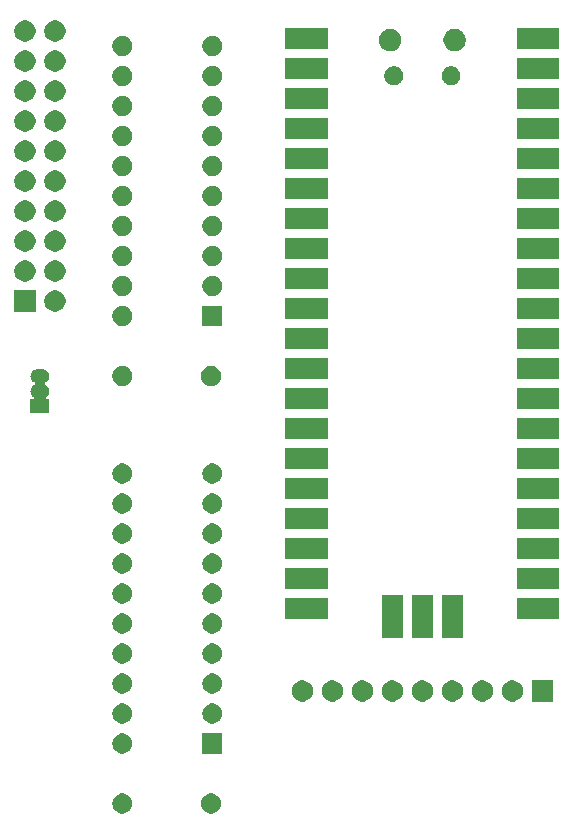
<source format=gbr>
G04 #@! TF.GenerationSoftware,KiCad,Pcbnew,5.1.5+dfsg1-2build2*
G04 #@! TF.CreationDate,2021-03-04T20:11:05+00:00*
G04 #@! TF.ProjectId,PicoMMC,5069636f-4d4d-4432-9e6b-696361645f70,rev?*
G04 #@! TF.SameCoordinates,Original*
G04 #@! TF.FileFunction,Soldermask,Top*
G04 #@! TF.FilePolarity,Negative*
%FSLAX46Y46*%
G04 Gerber Fmt 4.6, Leading zero omitted, Abs format (unit mm)*
G04 Created by KiCad (PCBNEW 5.1.5+dfsg1-2build2) date 2021-03-04 20:11:05*
%MOMM*%
%LPD*%
G04 APERTURE LIST*
%ADD10C,0.100000*%
G04 APERTURE END LIST*
D10*
G36*
X129668228Y-135071703D02*
G01*
X129823100Y-135135853D01*
X129962481Y-135228985D01*
X130081015Y-135347519D01*
X130174147Y-135486900D01*
X130238297Y-135641772D01*
X130271000Y-135806184D01*
X130271000Y-135973816D01*
X130238297Y-136138228D01*
X130174147Y-136293100D01*
X130081015Y-136432481D01*
X129962481Y-136551015D01*
X129823100Y-136644147D01*
X129668228Y-136708297D01*
X129503816Y-136741000D01*
X129336184Y-136741000D01*
X129171772Y-136708297D01*
X129016900Y-136644147D01*
X128877519Y-136551015D01*
X128758985Y-136432481D01*
X128665853Y-136293100D01*
X128601703Y-136138228D01*
X128569000Y-135973816D01*
X128569000Y-135806184D01*
X128601703Y-135641772D01*
X128665853Y-135486900D01*
X128758985Y-135347519D01*
X128877519Y-135228985D01*
X129016900Y-135135853D01*
X129171772Y-135071703D01*
X129336184Y-135039000D01*
X129503816Y-135039000D01*
X129668228Y-135071703D01*
G37*
G36*
X122168228Y-135071703D02*
G01*
X122323100Y-135135853D01*
X122462481Y-135228985D01*
X122581015Y-135347519D01*
X122674147Y-135486900D01*
X122738297Y-135641772D01*
X122771000Y-135806184D01*
X122771000Y-135973816D01*
X122738297Y-136138228D01*
X122674147Y-136293100D01*
X122581015Y-136432481D01*
X122462481Y-136551015D01*
X122323100Y-136644147D01*
X122168228Y-136708297D01*
X122003816Y-136741000D01*
X121836184Y-136741000D01*
X121671772Y-136708297D01*
X121516900Y-136644147D01*
X121377519Y-136551015D01*
X121258985Y-136432481D01*
X121165853Y-136293100D01*
X121101703Y-136138228D01*
X121069000Y-135973816D01*
X121069000Y-135806184D01*
X121101703Y-135641772D01*
X121165853Y-135486900D01*
X121258985Y-135347519D01*
X121377519Y-135228985D01*
X121516900Y-135135853D01*
X121671772Y-135071703D01*
X121836184Y-135039000D01*
X122003816Y-135039000D01*
X122168228Y-135071703D01*
G37*
G36*
X122168228Y-129991703D02*
G01*
X122323100Y-130055853D01*
X122462481Y-130148985D01*
X122581015Y-130267519D01*
X122674147Y-130406900D01*
X122738297Y-130561772D01*
X122771000Y-130726184D01*
X122771000Y-130893816D01*
X122738297Y-131058228D01*
X122674147Y-131213100D01*
X122581015Y-131352481D01*
X122462481Y-131471015D01*
X122323100Y-131564147D01*
X122168228Y-131628297D01*
X122003816Y-131661000D01*
X121836184Y-131661000D01*
X121671772Y-131628297D01*
X121516900Y-131564147D01*
X121377519Y-131471015D01*
X121258985Y-131352481D01*
X121165853Y-131213100D01*
X121101703Y-131058228D01*
X121069000Y-130893816D01*
X121069000Y-130726184D01*
X121101703Y-130561772D01*
X121165853Y-130406900D01*
X121258985Y-130267519D01*
X121377519Y-130148985D01*
X121516900Y-130055853D01*
X121671772Y-129991703D01*
X121836184Y-129959000D01*
X122003816Y-129959000D01*
X122168228Y-129991703D01*
G37*
G36*
X130391000Y-131661000D02*
G01*
X128689000Y-131661000D01*
X128689000Y-129959000D01*
X130391000Y-129959000D01*
X130391000Y-131661000D01*
G37*
G36*
X129788228Y-127451703D02*
G01*
X129943100Y-127515853D01*
X130082481Y-127608985D01*
X130201015Y-127727519D01*
X130294147Y-127866900D01*
X130358297Y-128021772D01*
X130391000Y-128186184D01*
X130391000Y-128353816D01*
X130358297Y-128518228D01*
X130294147Y-128673100D01*
X130201015Y-128812481D01*
X130082481Y-128931015D01*
X129943100Y-129024147D01*
X129788228Y-129088297D01*
X129623816Y-129121000D01*
X129456184Y-129121000D01*
X129291772Y-129088297D01*
X129136900Y-129024147D01*
X128997519Y-128931015D01*
X128878985Y-128812481D01*
X128785853Y-128673100D01*
X128721703Y-128518228D01*
X128689000Y-128353816D01*
X128689000Y-128186184D01*
X128721703Y-128021772D01*
X128785853Y-127866900D01*
X128878985Y-127727519D01*
X128997519Y-127608985D01*
X129136900Y-127515853D01*
X129291772Y-127451703D01*
X129456184Y-127419000D01*
X129623816Y-127419000D01*
X129788228Y-127451703D01*
G37*
G36*
X122168228Y-127451703D02*
G01*
X122323100Y-127515853D01*
X122462481Y-127608985D01*
X122581015Y-127727519D01*
X122674147Y-127866900D01*
X122738297Y-128021772D01*
X122771000Y-128186184D01*
X122771000Y-128353816D01*
X122738297Y-128518228D01*
X122674147Y-128673100D01*
X122581015Y-128812481D01*
X122462481Y-128931015D01*
X122323100Y-129024147D01*
X122168228Y-129088297D01*
X122003816Y-129121000D01*
X121836184Y-129121000D01*
X121671772Y-129088297D01*
X121516900Y-129024147D01*
X121377519Y-128931015D01*
X121258985Y-128812481D01*
X121165853Y-128673100D01*
X121101703Y-128518228D01*
X121069000Y-128353816D01*
X121069000Y-128186184D01*
X121101703Y-128021772D01*
X121165853Y-127866900D01*
X121258985Y-127727519D01*
X121377519Y-127608985D01*
X121516900Y-127515853D01*
X121671772Y-127451703D01*
X121836184Y-127419000D01*
X122003816Y-127419000D01*
X122168228Y-127451703D01*
G37*
G36*
X144893512Y-125468927D02*
G01*
X145042812Y-125498624D01*
X145206784Y-125566544D01*
X145354354Y-125665147D01*
X145479853Y-125790646D01*
X145578456Y-125938216D01*
X145646376Y-126102188D01*
X145681000Y-126276259D01*
X145681000Y-126453741D01*
X145646376Y-126627812D01*
X145578456Y-126791784D01*
X145479853Y-126939354D01*
X145354354Y-127064853D01*
X145206784Y-127163456D01*
X145042812Y-127231376D01*
X144893512Y-127261073D01*
X144868742Y-127266000D01*
X144691258Y-127266000D01*
X144666488Y-127261073D01*
X144517188Y-127231376D01*
X144353216Y-127163456D01*
X144205646Y-127064853D01*
X144080147Y-126939354D01*
X143981544Y-126791784D01*
X143913624Y-126627812D01*
X143879000Y-126453741D01*
X143879000Y-126276259D01*
X143913624Y-126102188D01*
X143981544Y-125938216D01*
X144080147Y-125790646D01*
X144205646Y-125665147D01*
X144353216Y-125566544D01*
X144517188Y-125498624D01*
X144666488Y-125468927D01*
X144691258Y-125464000D01*
X144868742Y-125464000D01*
X144893512Y-125468927D01*
G37*
G36*
X158381000Y-127266000D02*
G01*
X156579000Y-127266000D01*
X156579000Y-125464000D01*
X158381000Y-125464000D01*
X158381000Y-127266000D01*
G37*
G36*
X155053512Y-125468927D02*
G01*
X155202812Y-125498624D01*
X155366784Y-125566544D01*
X155514354Y-125665147D01*
X155639853Y-125790646D01*
X155738456Y-125938216D01*
X155806376Y-126102188D01*
X155841000Y-126276259D01*
X155841000Y-126453741D01*
X155806376Y-126627812D01*
X155738456Y-126791784D01*
X155639853Y-126939354D01*
X155514354Y-127064853D01*
X155366784Y-127163456D01*
X155202812Y-127231376D01*
X155053512Y-127261073D01*
X155028742Y-127266000D01*
X154851258Y-127266000D01*
X154826488Y-127261073D01*
X154677188Y-127231376D01*
X154513216Y-127163456D01*
X154365646Y-127064853D01*
X154240147Y-126939354D01*
X154141544Y-126791784D01*
X154073624Y-126627812D01*
X154039000Y-126453741D01*
X154039000Y-126276259D01*
X154073624Y-126102188D01*
X154141544Y-125938216D01*
X154240147Y-125790646D01*
X154365646Y-125665147D01*
X154513216Y-125566544D01*
X154677188Y-125498624D01*
X154826488Y-125468927D01*
X154851258Y-125464000D01*
X155028742Y-125464000D01*
X155053512Y-125468927D01*
G37*
G36*
X152513512Y-125468927D02*
G01*
X152662812Y-125498624D01*
X152826784Y-125566544D01*
X152974354Y-125665147D01*
X153099853Y-125790646D01*
X153198456Y-125938216D01*
X153266376Y-126102188D01*
X153301000Y-126276259D01*
X153301000Y-126453741D01*
X153266376Y-126627812D01*
X153198456Y-126791784D01*
X153099853Y-126939354D01*
X152974354Y-127064853D01*
X152826784Y-127163456D01*
X152662812Y-127231376D01*
X152513512Y-127261073D01*
X152488742Y-127266000D01*
X152311258Y-127266000D01*
X152286488Y-127261073D01*
X152137188Y-127231376D01*
X151973216Y-127163456D01*
X151825646Y-127064853D01*
X151700147Y-126939354D01*
X151601544Y-126791784D01*
X151533624Y-126627812D01*
X151499000Y-126453741D01*
X151499000Y-126276259D01*
X151533624Y-126102188D01*
X151601544Y-125938216D01*
X151700147Y-125790646D01*
X151825646Y-125665147D01*
X151973216Y-125566544D01*
X152137188Y-125498624D01*
X152286488Y-125468927D01*
X152311258Y-125464000D01*
X152488742Y-125464000D01*
X152513512Y-125468927D01*
G37*
G36*
X149973512Y-125468927D02*
G01*
X150122812Y-125498624D01*
X150286784Y-125566544D01*
X150434354Y-125665147D01*
X150559853Y-125790646D01*
X150658456Y-125938216D01*
X150726376Y-126102188D01*
X150761000Y-126276259D01*
X150761000Y-126453741D01*
X150726376Y-126627812D01*
X150658456Y-126791784D01*
X150559853Y-126939354D01*
X150434354Y-127064853D01*
X150286784Y-127163456D01*
X150122812Y-127231376D01*
X149973512Y-127261073D01*
X149948742Y-127266000D01*
X149771258Y-127266000D01*
X149746488Y-127261073D01*
X149597188Y-127231376D01*
X149433216Y-127163456D01*
X149285646Y-127064853D01*
X149160147Y-126939354D01*
X149061544Y-126791784D01*
X148993624Y-126627812D01*
X148959000Y-126453741D01*
X148959000Y-126276259D01*
X148993624Y-126102188D01*
X149061544Y-125938216D01*
X149160147Y-125790646D01*
X149285646Y-125665147D01*
X149433216Y-125566544D01*
X149597188Y-125498624D01*
X149746488Y-125468927D01*
X149771258Y-125464000D01*
X149948742Y-125464000D01*
X149973512Y-125468927D01*
G37*
G36*
X147433512Y-125468927D02*
G01*
X147582812Y-125498624D01*
X147746784Y-125566544D01*
X147894354Y-125665147D01*
X148019853Y-125790646D01*
X148118456Y-125938216D01*
X148186376Y-126102188D01*
X148221000Y-126276259D01*
X148221000Y-126453741D01*
X148186376Y-126627812D01*
X148118456Y-126791784D01*
X148019853Y-126939354D01*
X147894354Y-127064853D01*
X147746784Y-127163456D01*
X147582812Y-127231376D01*
X147433512Y-127261073D01*
X147408742Y-127266000D01*
X147231258Y-127266000D01*
X147206488Y-127261073D01*
X147057188Y-127231376D01*
X146893216Y-127163456D01*
X146745646Y-127064853D01*
X146620147Y-126939354D01*
X146521544Y-126791784D01*
X146453624Y-126627812D01*
X146419000Y-126453741D01*
X146419000Y-126276259D01*
X146453624Y-126102188D01*
X146521544Y-125938216D01*
X146620147Y-125790646D01*
X146745646Y-125665147D01*
X146893216Y-125566544D01*
X147057188Y-125498624D01*
X147206488Y-125468927D01*
X147231258Y-125464000D01*
X147408742Y-125464000D01*
X147433512Y-125468927D01*
G37*
G36*
X142353512Y-125468927D02*
G01*
X142502812Y-125498624D01*
X142666784Y-125566544D01*
X142814354Y-125665147D01*
X142939853Y-125790646D01*
X143038456Y-125938216D01*
X143106376Y-126102188D01*
X143141000Y-126276259D01*
X143141000Y-126453741D01*
X143106376Y-126627812D01*
X143038456Y-126791784D01*
X142939853Y-126939354D01*
X142814354Y-127064853D01*
X142666784Y-127163456D01*
X142502812Y-127231376D01*
X142353512Y-127261073D01*
X142328742Y-127266000D01*
X142151258Y-127266000D01*
X142126488Y-127261073D01*
X141977188Y-127231376D01*
X141813216Y-127163456D01*
X141665646Y-127064853D01*
X141540147Y-126939354D01*
X141441544Y-126791784D01*
X141373624Y-126627812D01*
X141339000Y-126453741D01*
X141339000Y-126276259D01*
X141373624Y-126102188D01*
X141441544Y-125938216D01*
X141540147Y-125790646D01*
X141665646Y-125665147D01*
X141813216Y-125566544D01*
X141977188Y-125498624D01*
X142126488Y-125468927D01*
X142151258Y-125464000D01*
X142328742Y-125464000D01*
X142353512Y-125468927D01*
G37*
G36*
X139813512Y-125468927D02*
G01*
X139962812Y-125498624D01*
X140126784Y-125566544D01*
X140274354Y-125665147D01*
X140399853Y-125790646D01*
X140498456Y-125938216D01*
X140566376Y-126102188D01*
X140601000Y-126276259D01*
X140601000Y-126453741D01*
X140566376Y-126627812D01*
X140498456Y-126791784D01*
X140399853Y-126939354D01*
X140274354Y-127064853D01*
X140126784Y-127163456D01*
X139962812Y-127231376D01*
X139813512Y-127261073D01*
X139788742Y-127266000D01*
X139611258Y-127266000D01*
X139586488Y-127261073D01*
X139437188Y-127231376D01*
X139273216Y-127163456D01*
X139125646Y-127064853D01*
X139000147Y-126939354D01*
X138901544Y-126791784D01*
X138833624Y-126627812D01*
X138799000Y-126453741D01*
X138799000Y-126276259D01*
X138833624Y-126102188D01*
X138901544Y-125938216D01*
X139000147Y-125790646D01*
X139125646Y-125665147D01*
X139273216Y-125566544D01*
X139437188Y-125498624D01*
X139586488Y-125468927D01*
X139611258Y-125464000D01*
X139788742Y-125464000D01*
X139813512Y-125468927D01*
G37*
G36*
X137273512Y-125468927D02*
G01*
X137422812Y-125498624D01*
X137586784Y-125566544D01*
X137734354Y-125665147D01*
X137859853Y-125790646D01*
X137958456Y-125938216D01*
X138026376Y-126102188D01*
X138061000Y-126276259D01*
X138061000Y-126453741D01*
X138026376Y-126627812D01*
X137958456Y-126791784D01*
X137859853Y-126939354D01*
X137734354Y-127064853D01*
X137586784Y-127163456D01*
X137422812Y-127231376D01*
X137273512Y-127261073D01*
X137248742Y-127266000D01*
X137071258Y-127266000D01*
X137046488Y-127261073D01*
X136897188Y-127231376D01*
X136733216Y-127163456D01*
X136585646Y-127064853D01*
X136460147Y-126939354D01*
X136361544Y-126791784D01*
X136293624Y-126627812D01*
X136259000Y-126453741D01*
X136259000Y-126276259D01*
X136293624Y-126102188D01*
X136361544Y-125938216D01*
X136460147Y-125790646D01*
X136585646Y-125665147D01*
X136733216Y-125566544D01*
X136897188Y-125498624D01*
X137046488Y-125468927D01*
X137071258Y-125464000D01*
X137248742Y-125464000D01*
X137273512Y-125468927D01*
G37*
G36*
X129788228Y-124911703D02*
G01*
X129943100Y-124975853D01*
X130082481Y-125068985D01*
X130201015Y-125187519D01*
X130294147Y-125326900D01*
X130358297Y-125481772D01*
X130391000Y-125646184D01*
X130391000Y-125813816D01*
X130358297Y-125978228D01*
X130294147Y-126133100D01*
X130201015Y-126272481D01*
X130082481Y-126391015D01*
X129943100Y-126484147D01*
X129788228Y-126548297D01*
X129623816Y-126581000D01*
X129456184Y-126581000D01*
X129291772Y-126548297D01*
X129136900Y-126484147D01*
X128997519Y-126391015D01*
X128878985Y-126272481D01*
X128785853Y-126133100D01*
X128721703Y-125978228D01*
X128689000Y-125813816D01*
X128689000Y-125646184D01*
X128721703Y-125481772D01*
X128785853Y-125326900D01*
X128878985Y-125187519D01*
X128997519Y-125068985D01*
X129136900Y-124975853D01*
X129291772Y-124911703D01*
X129456184Y-124879000D01*
X129623816Y-124879000D01*
X129788228Y-124911703D01*
G37*
G36*
X122168228Y-124911703D02*
G01*
X122323100Y-124975853D01*
X122462481Y-125068985D01*
X122581015Y-125187519D01*
X122674147Y-125326900D01*
X122738297Y-125481772D01*
X122771000Y-125646184D01*
X122771000Y-125813816D01*
X122738297Y-125978228D01*
X122674147Y-126133100D01*
X122581015Y-126272481D01*
X122462481Y-126391015D01*
X122323100Y-126484147D01*
X122168228Y-126548297D01*
X122003816Y-126581000D01*
X121836184Y-126581000D01*
X121671772Y-126548297D01*
X121516900Y-126484147D01*
X121377519Y-126391015D01*
X121258985Y-126272481D01*
X121165853Y-126133100D01*
X121101703Y-125978228D01*
X121069000Y-125813816D01*
X121069000Y-125646184D01*
X121101703Y-125481772D01*
X121165853Y-125326900D01*
X121258985Y-125187519D01*
X121377519Y-125068985D01*
X121516900Y-124975853D01*
X121671772Y-124911703D01*
X121836184Y-124879000D01*
X122003816Y-124879000D01*
X122168228Y-124911703D01*
G37*
G36*
X129788228Y-122371703D02*
G01*
X129943100Y-122435853D01*
X130082481Y-122528985D01*
X130201015Y-122647519D01*
X130294147Y-122786900D01*
X130358297Y-122941772D01*
X130391000Y-123106184D01*
X130391000Y-123273816D01*
X130358297Y-123438228D01*
X130294147Y-123593100D01*
X130201015Y-123732481D01*
X130082481Y-123851015D01*
X129943100Y-123944147D01*
X129788228Y-124008297D01*
X129623816Y-124041000D01*
X129456184Y-124041000D01*
X129291772Y-124008297D01*
X129136900Y-123944147D01*
X128997519Y-123851015D01*
X128878985Y-123732481D01*
X128785853Y-123593100D01*
X128721703Y-123438228D01*
X128689000Y-123273816D01*
X128689000Y-123106184D01*
X128721703Y-122941772D01*
X128785853Y-122786900D01*
X128878985Y-122647519D01*
X128997519Y-122528985D01*
X129136900Y-122435853D01*
X129291772Y-122371703D01*
X129456184Y-122339000D01*
X129623816Y-122339000D01*
X129788228Y-122371703D01*
G37*
G36*
X122168228Y-122371703D02*
G01*
X122323100Y-122435853D01*
X122462481Y-122528985D01*
X122581015Y-122647519D01*
X122674147Y-122786900D01*
X122738297Y-122941772D01*
X122771000Y-123106184D01*
X122771000Y-123273816D01*
X122738297Y-123438228D01*
X122674147Y-123593100D01*
X122581015Y-123732481D01*
X122462481Y-123851015D01*
X122323100Y-123944147D01*
X122168228Y-124008297D01*
X122003816Y-124041000D01*
X121836184Y-124041000D01*
X121671772Y-124008297D01*
X121516900Y-123944147D01*
X121377519Y-123851015D01*
X121258985Y-123732481D01*
X121165853Y-123593100D01*
X121101703Y-123438228D01*
X121069000Y-123273816D01*
X121069000Y-123106184D01*
X121101703Y-122941772D01*
X121165853Y-122786900D01*
X121258985Y-122647519D01*
X121377519Y-122528985D01*
X121516900Y-122435853D01*
X121671772Y-122371703D01*
X121836184Y-122339000D01*
X122003816Y-122339000D01*
X122168228Y-122371703D01*
G37*
G36*
X150761000Y-121851000D02*
G01*
X148959000Y-121851000D01*
X148959000Y-118249000D01*
X150761000Y-118249000D01*
X150761000Y-121851000D01*
G37*
G36*
X148221000Y-121851000D02*
G01*
X146419000Y-121851000D01*
X146419000Y-118249000D01*
X148221000Y-118249000D01*
X148221000Y-121851000D01*
G37*
G36*
X145681000Y-121851000D02*
G01*
X143879000Y-121851000D01*
X143879000Y-118249000D01*
X145681000Y-118249000D01*
X145681000Y-121851000D01*
G37*
G36*
X122168228Y-119831703D02*
G01*
X122323100Y-119895853D01*
X122462481Y-119988985D01*
X122581015Y-120107519D01*
X122674147Y-120246900D01*
X122738297Y-120401772D01*
X122771000Y-120566184D01*
X122771000Y-120733816D01*
X122738297Y-120898228D01*
X122674147Y-121053100D01*
X122581015Y-121192481D01*
X122462481Y-121311015D01*
X122323100Y-121404147D01*
X122168228Y-121468297D01*
X122003816Y-121501000D01*
X121836184Y-121501000D01*
X121671772Y-121468297D01*
X121516900Y-121404147D01*
X121377519Y-121311015D01*
X121258985Y-121192481D01*
X121165853Y-121053100D01*
X121101703Y-120898228D01*
X121069000Y-120733816D01*
X121069000Y-120566184D01*
X121101703Y-120401772D01*
X121165853Y-120246900D01*
X121258985Y-120107519D01*
X121377519Y-119988985D01*
X121516900Y-119895853D01*
X121671772Y-119831703D01*
X121836184Y-119799000D01*
X122003816Y-119799000D01*
X122168228Y-119831703D01*
G37*
G36*
X129788228Y-119831703D02*
G01*
X129943100Y-119895853D01*
X130082481Y-119988985D01*
X130201015Y-120107519D01*
X130294147Y-120246900D01*
X130358297Y-120401772D01*
X130391000Y-120566184D01*
X130391000Y-120733816D01*
X130358297Y-120898228D01*
X130294147Y-121053100D01*
X130201015Y-121192481D01*
X130082481Y-121311015D01*
X129943100Y-121404147D01*
X129788228Y-121468297D01*
X129623816Y-121501000D01*
X129456184Y-121501000D01*
X129291772Y-121468297D01*
X129136900Y-121404147D01*
X128997519Y-121311015D01*
X128878985Y-121192481D01*
X128785853Y-121053100D01*
X128721703Y-120898228D01*
X128689000Y-120733816D01*
X128689000Y-120566184D01*
X128721703Y-120401772D01*
X128785853Y-120246900D01*
X128878985Y-120107519D01*
X128997519Y-119988985D01*
X129136900Y-119895853D01*
X129291772Y-119831703D01*
X129456184Y-119799000D01*
X129623816Y-119799000D01*
X129788228Y-119831703D01*
G37*
G36*
X158911000Y-120281000D02*
G01*
X155309000Y-120281000D01*
X155309000Y-118479000D01*
X158911000Y-118479000D01*
X158911000Y-120281000D01*
G37*
G36*
X139331000Y-120281000D02*
G01*
X135729000Y-120281000D01*
X135729000Y-118479000D01*
X139331000Y-118479000D01*
X139331000Y-120281000D01*
G37*
G36*
X129788228Y-117291703D02*
G01*
X129943100Y-117355853D01*
X130082481Y-117448985D01*
X130201015Y-117567519D01*
X130294147Y-117706900D01*
X130358297Y-117861772D01*
X130391000Y-118026184D01*
X130391000Y-118193816D01*
X130358297Y-118358228D01*
X130294147Y-118513100D01*
X130201015Y-118652481D01*
X130082481Y-118771015D01*
X129943100Y-118864147D01*
X129788228Y-118928297D01*
X129623816Y-118961000D01*
X129456184Y-118961000D01*
X129291772Y-118928297D01*
X129136900Y-118864147D01*
X128997519Y-118771015D01*
X128878985Y-118652481D01*
X128785853Y-118513100D01*
X128721703Y-118358228D01*
X128689000Y-118193816D01*
X128689000Y-118026184D01*
X128721703Y-117861772D01*
X128785853Y-117706900D01*
X128878985Y-117567519D01*
X128997519Y-117448985D01*
X129136900Y-117355853D01*
X129291772Y-117291703D01*
X129456184Y-117259000D01*
X129623816Y-117259000D01*
X129788228Y-117291703D01*
G37*
G36*
X122168228Y-117291703D02*
G01*
X122323100Y-117355853D01*
X122462481Y-117448985D01*
X122581015Y-117567519D01*
X122674147Y-117706900D01*
X122738297Y-117861772D01*
X122771000Y-118026184D01*
X122771000Y-118193816D01*
X122738297Y-118358228D01*
X122674147Y-118513100D01*
X122581015Y-118652481D01*
X122462481Y-118771015D01*
X122323100Y-118864147D01*
X122168228Y-118928297D01*
X122003816Y-118961000D01*
X121836184Y-118961000D01*
X121671772Y-118928297D01*
X121516900Y-118864147D01*
X121377519Y-118771015D01*
X121258985Y-118652481D01*
X121165853Y-118513100D01*
X121101703Y-118358228D01*
X121069000Y-118193816D01*
X121069000Y-118026184D01*
X121101703Y-117861772D01*
X121165853Y-117706900D01*
X121258985Y-117567519D01*
X121377519Y-117448985D01*
X121516900Y-117355853D01*
X121671772Y-117291703D01*
X121836184Y-117259000D01*
X122003816Y-117259000D01*
X122168228Y-117291703D01*
G37*
G36*
X158911000Y-117741000D02*
G01*
X155309000Y-117741000D01*
X155309000Y-115939000D01*
X158911000Y-115939000D01*
X158911000Y-117741000D01*
G37*
G36*
X139331000Y-117741000D02*
G01*
X135729000Y-117741000D01*
X135729000Y-115939000D01*
X139331000Y-115939000D01*
X139331000Y-117741000D01*
G37*
G36*
X122168228Y-114751703D02*
G01*
X122323100Y-114815853D01*
X122462481Y-114908985D01*
X122581015Y-115027519D01*
X122674147Y-115166900D01*
X122738297Y-115321772D01*
X122771000Y-115486184D01*
X122771000Y-115653816D01*
X122738297Y-115818228D01*
X122674147Y-115973100D01*
X122581015Y-116112481D01*
X122462481Y-116231015D01*
X122323100Y-116324147D01*
X122168228Y-116388297D01*
X122003816Y-116421000D01*
X121836184Y-116421000D01*
X121671772Y-116388297D01*
X121516900Y-116324147D01*
X121377519Y-116231015D01*
X121258985Y-116112481D01*
X121165853Y-115973100D01*
X121101703Y-115818228D01*
X121069000Y-115653816D01*
X121069000Y-115486184D01*
X121101703Y-115321772D01*
X121165853Y-115166900D01*
X121258985Y-115027519D01*
X121377519Y-114908985D01*
X121516900Y-114815853D01*
X121671772Y-114751703D01*
X121836184Y-114719000D01*
X122003816Y-114719000D01*
X122168228Y-114751703D01*
G37*
G36*
X129788228Y-114751703D02*
G01*
X129943100Y-114815853D01*
X130082481Y-114908985D01*
X130201015Y-115027519D01*
X130294147Y-115166900D01*
X130358297Y-115321772D01*
X130391000Y-115486184D01*
X130391000Y-115653816D01*
X130358297Y-115818228D01*
X130294147Y-115973100D01*
X130201015Y-116112481D01*
X130082481Y-116231015D01*
X129943100Y-116324147D01*
X129788228Y-116388297D01*
X129623816Y-116421000D01*
X129456184Y-116421000D01*
X129291772Y-116388297D01*
X129136900Y-116324147D01*
X128997519Y-116231015D01*
X128878985Y-116112481D01*
X128785853Y-115973100D01*
X128721703Y-115818228D01*
X128689000Y-115653816D01*
X128689000Y-115486184D01*
X128721703Y-115321772D01*
X128785853Y-115166900D01*
X128878985Y-115027519D01*
X128997519Y-114908985D01*
X129136900Y-114815853D01*
X129291772Y-114751703D01*
X129456184Y-114719000D01*
X129623816Y-114719000D01*
X129788228Y-114751703D01*
G37*
G36*
X158911000Y-115201000D02*
G01*
X155309000Y-115201000D01*
X155309000Y-113399000D01*
X158911000Y-113399000D01*
X158911000Y-115201000D01*
G37*
G36*
X139331000Y-115201000D02*
G01*
X135729000Y-115201000D01*
X135729000Y-113399000D01*
X139331000Y-113399000D01*
X139331000Y-115201000D01*
G37*
G36*
X129788228Y-112211703D02*
G01*
X129943100Y-112275853D01*
X130082481Y-112368985D01*
X130201015Y-112487519D01*
X130294147Y-112626900D01*
X130358297Y-112781772D01*
X130391000Y-112946184D01*
X130391000Y-113113816D01*
X130358297Y-113278228D01*
X130294147Y-113433100D01*
X130201015Y-113572481D01*
X130082481Y-113691015D01*
X129943100Y-113784147D01*
X129788228Y-113848297D01*
X129623816Y-113881000D01*
X129456184Y-113881000D01*
X129291772Y-113848297D01*
X129136900Y-113784147D01*
X128997519Y-113691015D01*
X128878985Y-113572481D01*
X128785853Y-113433100D01*
X128721703Y-113278228D01*
X128689000Y-113113816D01*
X128689000Y-112946184D01*
X128721703Y-112781772D01*
X128785853Y-112626900D01*
X128878985Y-112487519D01*
X128997519Y-112368985D01*
X129136900Y-112275853D01*
X129291772Y-112211703D01*
X129456184Y-112179000D01*
X129623816Y-112179000D01*
X129788228Y-112211703D01*
G37*
G36*
X122168228Y-112211703D02*
G01*
X122323100Y-112275853D01*
X122462481Y-112368985D01*
X122581015Y-112487519D01*
X122674147Y-112626900D01*
X122738297Y-112781772D01*
X122771000Y-112946184D01*
X122771000Y-113113816D01*
X122738297Y-113278228D01*
X122674147Y-113433100D01*
X122581015Y-113572481D01*
X122462481Y-113691015D01*
X122323100Y-113784147D01*
X122168228Y-113848297D01*
X122003816Y-113881000D01*
X121836184Y-113881000D01*
X121671772Y-113848297D01*
X121516900Y-113784147D01*
X121377519Y-113691015D01*
X121258985Y-113572481D01*
X121165853Y-113433100D01*
X121101703Y-113278228D01*
X121069000Y-113113816D01*
X121069000Y-112946184D01*
X121101703Y-112781772D01*
X121165853Y-112626900D01*
X121258985Y-112487519D01*
X121377519Y-112368985D01*
X121516900Y-112275853D01*
X121671772Y-112211703D01*
X121836184Y-112179000D01*
X122003816Y-112179000D01*
X122168228Y-112211703D01*
G37*
G36*
X158911000Y-112661000D02*
G01*
X155309000Y-112661000D01*
X155309000Y-110859000D01*
X158911000Y-110859000D01*
X158911000Y-112661000D01*
G37*
G36*
X139331000Y-112661000D02*
G01*
X135729000Y-112661000D01*
X135729000Y-110859000D01*
X139331000Y-110859000D01*
X139331000Y-112661000D01*
G37*
G36*
X122168228Y-109671703D02*
G01*
X122323100Y-109735853D01*
X122462481Y-109828985D01*
X122581015Y-109947519D01*
X122674147Y-110086900D01*
X122738297Y-110241772D01*
X122771000Y-110406184D01*
X122771000Y-110573816D01*
X122738297Y-110738228D01*
X122674147Y-110893100D01*
X122581015Y-111032481D01*
X122462481Y-111151015D01*
X122323100Y-111244147D01*
X122168228Y-111308297D01*
X122003816Y-111341000D01*
X121836184Y-111341000D01*
X121671772Y-111308297D01*
X121516900Y-111244147D01*
X121377519Y-111151015D01*
X121258985Y-111032481D01*
X121165853Y-110893100D01*
X121101703Y-110738228D01*
X121069000Y-110573816D01*
X121069000Y-110406184D01*
X121101703Y-110241772D01*
X121165853Y-110086900D01*
X121258985Y-109947519D01*
X121377519Y-109828985D01*
X121516900Y-109735853D01*
X121671772Y-109671703D01*
X121836184Y-109639000D01*
X122003816Y-109639000D01*
X122168228Y-109671703D01*
G37*
G36*
X129788228Y-109671703D02*
G01*
X129943100Y-109735853D01*
X130082481Y-109828985D01*
X130201015Y-109947519D01*
X130294147Y-110086900D01*
X130358297Y-110241772D01*
X130391000Y-110406184D01*
X130391000Y-110573816D01*
X130358297Y-110738228D01*
X130294147Y-110893100D01*
X130201015Y-111032481D01*
X130082481Y-111151015D01*
X129943100Y-111244147D01*
X129788228Y-111308297D01*
X129623816Y-111341000D01*
X129456184Y-111341000D01*
X129291772Y-111308297D01*
X129136900Y-111244147D01*
X128997519Y-111151015D01*
X128878985Y-111032481D01*
X128785853Y-110893100D01*
X128721703Y-110738228D01*
X128689000Y-110573816D01*
X128689000Y-110406184D01*
X128721703Y-110241772D01*
X128785853Y-110086900D01*
X128878985Y-109947519D01*
X128997519Y-109828985D01*
X129136900Y-109735853D01*
X129291772Y-109671703D01*
X129456184Y-109639000D01*
X129623816Y-109639000D01*
X129788228Y-109671703D01*
G37*
G36*
X139331000Y-110121000D02*
G01*
X135729000Y-110121000D01*
X135729000Y-108319000D01*
X139331000Y-108319000D01*
X139331000Y-110121000D01*
G37*
G36*
X158911000Y-110121000D02*
G01*
X155309000Y-110121000D01*
X155309000Y-108319000D01*
X158911000Y-108319000D01*
X158911000Y-110121000D01*
G37*
G36*
X129788228Y-107131703D02*
G01*
X129943100Y-107195853D01*
X130082481Y-107288985D01*
X130201015Y-107407519D01*
X130294147Y-107546900D01*
X130358297Y-107701772D01*
X130391000Y-107866184D01*
X130391000Y-108033816D01*
X130358297Y-108198228D01*
X130294147Y-108353100D01*
X130201015Y-108492481D01*
X130082481Y-108611015D01*
X129943100Y-108704147D01*
X129788228Y-108768297D01*
X129623816Y-108801000D01*
X129456184Y-108801000D01*
X129291772Y-108768297D01*
X129136900Y-108704147D01*
X128997519Y-108611015D01*
X128878985Y-108492481D01*
X128785853Y-108353100D01*
X128721703Y-108198228D01*
X128689000Y-108033816D01*
X128689000Y-107866184D01*
X128721703Y-107701772D01*
X128785853Y-107546900D01*
X128878985Y-107407519D01*
X128997519Y-107288985D01*
X129136900Y-107195853D01*
X129291772Y-107131703D01*
X129456184Y-107099000D01*
X129623816Y-107099000D01*
X129788228Y-107131703D01*
G37*
G36*
X122168228Y-107131703D02*
G01*
X122323100Y-107195853D01*
X122462481Y-107288985D01*
X122581015Y-107407519D01*
X122674147Y-107546900D01*
X122738297Y-107701772D01*
X122771000Y-107866184D01*
X122771000Y-108033816D01*
X122738297Y-108198228D01*
X122674147Y-108353100D01*
X122581015Y-108492481D01*
X122462481Y-108611015D01*
X122323100Y-108704147D01*
X122168228Y-108768297D01*
X122003816Y-108801000D01*
X121836184Y-108801000D01*
X121671772Y-108768297D01*
X121516900Y-108704147D01*
X121377519Y-108611015D01*
X121258985Y-108492481D01*
X121165853Y-108353100D01*
X121101703Y-108198228D01*
X121069000Y-108033816D01*
X121069000Y-107866184D01*
X121101703Y-107701772D01*
X121165853Y-107546900D01*
X121258985Y-107407519D01*
X121377519Y-107288985D01*
X121516900Y-107195853D01*
X121671772Y-107131703D01*
X121836184Y-107099000D01*
X122003816Y-107099000D01*
X122168228Y-107131703D01*
G37*
G36*
X139331000Y-107581000D02*
G01*
X135729000Y-107581000D01*
X135729000Y-105779000D01*
X139331000Y-105779000D01*
X139331000Y-107581000D01*
G37*
G36*
X158911000Y-107581000D02*
G01*
X155309000Y-107581000D01*
X155309000Y-105779000D01*
X158911000Y-105779000D01*
X158911000Y-107581000D01*
G37*
G36*
X139331000Y-105041000D02*
G01*
X135729000Y-105041000D01*
X135729000Y-103239000D01*
X139331000Y-103239000D01*
X139331000Y-105041000D01*
G37*
G36*
X158911000Y-105041000D02*
G01*
X155309000Y-105041000D01*
X155309000Y-103239000D01*
X158911000Y-103239000D01*
X158911000Y-105041000D01*
G37*
G36*
X115272916Y-99127334D02*
G01*
X115381492Y-99160271D01*
X115381495Y-99160272D01*
X115417601Y-99179571D01*
X115481557Y-99213756D01*
X115569264Y-99285736D01*
X115641244Y-99373443D01*
X115675429Y-99437399D01*
X115694728Y-99473505D01*
X115694729Y-99473508D01*
X115727666Y-99582084D01*
X115738787Y-99695000D01*
X115727666Y-99807916D01*
X115712334Y-99858456D01*
X115694728Y-99916495D01*
X115689446Y-99926376D01*
X115641244Y-100016557D01*
X115569264Y-100104264D01*
X115481557Y-100176244D01*
X115400141Y-100219761D01*
X115379766Y-100233375D01*
X115362439Y-100250702D01*
X115348826Y-100271076D01*
X115339448Y-100293715D01*
X115334668Y-100317748D01*
X115334668Y-100342252D01*
X115339448Y-100366285D01*
X115348826Y-100388924D01*
X115362440Y-100409299D01*
X115379767Y-100426626D01*
X115400141Y-100440239D01*
X115481557Y-100483756D01*
X115569264Y-100555736D01*
X115641244Y-100643443D01*
X115670939Y-100699000D01*
X115694728Y-100743505D01*
X115694729Y-100743508D01*
X115727666Y-100852084D01*
X115738787Y-100965000D01*
X115727666Y-101077916D01*
X115694729Y-101186492D01*
X115694728Y-101186495D01*
X115675429Y-101222601D01*
X115641244Y-101286557D01*
X115569264Y-101374264D01*
X115492354Y-101437383D01*
X115475035Y-101454702D01*
X115461421Y-101475077D01*
X115452043Y-101497716D01*
X115447263Y-101521749D01*
X115447263Y-101546253D01*
X115452043Y-101570286D01*
X115461421Y-101592925D01*
X115475034Y-101613299D01*
X115492361Y-101630626D01*
X115512736Y-101644240D01*
X115535375Y-101653618D01*
X115559408Y-101658398D01*
X115571660Y-101659000D01*
X115736000Y-101659000D01*
X115736000Y-102811000D01*
X114134000Y-102811000D01*
X114134000Y-101659000D01*
X114298340Y-101659000D01*
X114322726Y-101656598D01*
X114346175Y-101649485D01*
X114367786Y-101637934D01*
X114386728Y-101622389D01*
X114402273Y-101603447D01*
X114413824Y-101581836D01*
X114420937Y-101558387D01*
X114423339Y-101534001D01*
X114420937Y-101509615D01*
X114413824Y-101486166D01*
X114402273Y-101464555D01*
X114386728Y-101445613D01*
X114377655Y-101437391D01*
X114300736Y-101374264D01*
X114228756Y-101286557D01*
X114194571Y-101222601D01*
X114175272Y-101186495D01*
X114175271Y-101186492D01*
X114142334Y-101077916D01*
X114131213Y-100965000D01*
X114142334Y-100852084D01*
X114175271Y-100743508D01*
X114175272Y-100743505D01*
X114199061Y-100699000D01*
X114228756Y-100643443D01*
X114300736Y-100555736D01*
X114388443Y-100483756D01*
X114469859Y-100440239D01*
X114490234Y-100426625D01*
X114507561Y-100409298D01*
X114521174Y-100388924D01*
X114530552Y-100366285D01*
X114535332Y-100342252D01*
X114535332Y-100317748D01*
X114530552Y-100293715D01*
X114521174Y-100271076D01*
X114507560Y-100250701D01*
X114490233Y-100233374D01*
X114469859Y-100219761D01*
X114388443Y-100176244D01*
X114300736Y-100104264D01*
X114228756Y-100016557D01*
X114180554Y-99926376D01*
X114175272Y-99916495D01*
X114157666Y-99858456D01*
X114142334Y-99807916D01*
X114131213Y-99695000D01*
X114142334Y-99582084D01*
X114175271Y-99473508D01*
X114175272Y-99473505D01*
X114194571Y-99437399D01*
X114228756Y-99373443D01*
X114300736Y-99285736D01*
X114388443Y-99213756D01*
X114452399Y-99179571D01*
X114488505Y-99160272D01*
X114488508Y-99160271D01*
X114597084Y-99127334D01*
X114681702Y-99119000D01*
X115188298Y-99119000D01*
X115272916Y-99127334D01*
G37*
G36*
X158911000Y-102501000D02*
G01*
X155309000Y-102501000D01*
X155309000Y-100699000D01*
X158911000Y-100699000D01*
X158911000Y-102501000D01*
G37*
G36*
X139331000Y-102501000D02*
G01*
X135729000Y-102501000D01*
X135729000Y-100699000D01*
X139331000Y-100699000D01*
X139331000Y-102501000D01*
G37*
G36*
X129668228Y-98876703D02*
G01*
X129823100Y-98940853D01*
X129962481Y-99033985D01*
X130081015Y-99152519D01*
X130174147Y-99291900D01*
X130238297Y-99446772D01*
X130271000Y-99611184D01*
X130271000Y-99778816D01*
X130238297Y-99943228D01*
X130174147Y-100098100D01*
X130081015Y-100237481D01*
X129962481Y-100356015D01*
X129823100Y-100449147D01*
X129668228Y-100513297D01*
X129503816Y-100546000D01*
X129336184Y-100546000D01*
X129171772Y-100513297D01*
X129016900Y-100449147D01*
X128877519Y-100356015D01*
X128758985Y-100237481D01*
X128665853Y-100098100D01*
X128601703Y-99943228D01*
X128569000Y-99778816D01*
X128569000Y-99611184D01*
X128601703Y-99446772D01*
X128665853Y-99291900D01*
X128758985Y-99152519D01*
X128877519Y-99033985D01*
X129016900Y-98940853D01*
X129171772Y-98876703D01*
X129336184Y-98844000D01*
X129503816Y-98844000D01*
X129668228Y-98876703D01*
G37*
G36*
X122168228Y-98876703D02*
G01*
X122323100Y-98940853D01*
X122462481Y-99033985D01*
X122581015Y-99152519D01*
X122674147Y-99291900D01*
X122738297Y-99446772D01*
X122771000Y-99611184D01*
X122771000Y-99778816D01*
X122738297Y-99943228D01*
X122674147Y-100098100D01*
X122581015Y-100237481D01*
X122462481Y-100356015D01*
X122323100Y-100449147D01*
X122168228Y-100513297D01*
X122003816Y-100546000D01*
X121836184Y-100546000D01*
X121671772Y-100513297D01*
X121516900Y-100449147D01*
X121377519Y-100356015D01*
X121258985Y-100237481D01*
X121165853Y-100098100D01*
X121101703Y-99943228D01*
X121069000Y-99778816D01*
X121069000Y-99611184D01*
X121101703Y-99446772D01*
X121165853Y-99291900D01*
X121258985Y-99152519D01*
X121377519Y-99033985D01*
X121516900Y-98940853D01*
X121671772Y-98876703D01*
X121836184Y-98844000D01*
X122003816Y-98844000D01*
X122168228Y-98876703D01*
G37*
G36*
X158911000Y-99961000D02*
G01*
X155309000Y-99961000D01*
X155309000Y-98159000D01*
X158911000Y-98159000D01*
X158911000Y-99961000D01*
G37*
G36*
X139331000Y-99961000D02*
G01*
X135729000Y-99961000D01*
X135729000Y-98159000D01*
X139331000Y-98159000D01*
X139331000Y-99961000D01*
G37*
G36*
X139331000Y-97421000D02*
G01*
X135729000Y-97421000D01*
X135729000Y-95619000D01*
X139331000Y-95619000D01*
X139331000Y-97421000D01*
G37*
G36*
X158911000Y-97421000D02*
G01*
X155309000Y-97421000D01*
X155309000Y-95619000D01*
X158911000Y-95619000D01*
X158911000Y-97421000D01*
G37*
G36*
X130391000Y-95466000D02*
G01*
X128689000Y-95466000D01*
X128689000Y-93764000D01*
X130391000Y-93764000D01*
X130391000Y-95466000D01*
G37*
G36*
X122168228Y-93796703D02*
G01*
X122323100Y-93860853D01*
X122462481Y-93953985D01*
X122581015Y-94072519D01*
X122674147Y-94211900D01*
X122738297Y-94366772D01*
X122771000Y-94531184D01*
X122771000Y-94698816D01*
X122738297Y-94863228D01*
X122674147Y-95018100D01*
X122581015Y-95157481D01*
X122462481Y-95276015D01*
X122323100Y-95369147D01*
X122168228Y-95433297D01*
X122003816Y-95466000D01*
X121836184Y-95466000D01*
X121671772Y-95433297D01*
X121516900Y-95369147D01*
X121377519Y-95276015D01*
X121258985Y-95157481D01*
X121165853Y-95018100D01*
X121101703Y-94863228D01*
X121069000Y-94698816D01*
X121069000Y-94531184D01*
X121101703Y-94366772D01*
X121165853Y-94211900D01*
X121258985Y-94072519D01*
X121377519Y-93953985D01*
X121516900Y-93860853D01*
X121671772Y-93796703D01*
X121836184Y-93764000D01*
X122003816Y-93764000D01*
X122168228Y-93796703D01*
G37*
G36*
X139331000Y-94881000D02*
G01*
X135729000Y-94881000D01*
X135729000Y-93079000D01*
X139331000Y-93079000D01*
X139331000Y-94881000D01*
G37*
G36*
X158911000Y-94881000D02*
G01*
X155309000Y-94881000D01*
X155309000Y-93079000D01*
X158911000Y-93079000D01*
X158911000Y-94881000D01*
G37*
G36*
X114566000Y-94246000D02*
G01*
X112764000Y-94246000D01*
X112764000Y-92444000D01*
X114566000Y-92444000D01*
X114566000Y-94246000D01*
G37*
G36*
X116318512Y-92448927D02*
G01*
X116467812Y-92478624D01*
X116631784Y-92546544D01*
X116779354Y-92645147D01*
X116904853Y-92770646D01*
X117003456Y-92918216D01*
X117071376Y-93082188D01*
X117106000Y-93256259D01*
X117106000Y-93433741D01*
X117071376Y-93607812D01*
X117003456Y-93771784D01*
X116904853Y-93919354D01*
X116779354Y-94044853D01*
X116631784Y-94143456D01*
X116467812Y-94211376D01*
X116318512Y-94241073D01*
X116293742Y-94246000D01*
X116116258Y-94246000D01*
X116091488Y-94241073D01*
X115942188Y-94211376D01*
X115778216Y-94143456D01*
X115630646Y-94044853D01*
X115505147Y-93919354D01*
X115406544Y-93771784D01*
X115338624Y-93607812D01*
X115304000Y-93433741D01*
X115304000Y-93256259D01*
X115338624Y-93082188D01*
X115406544Y-92918216D01*
X115505147Y-92770646D01*
X115630646Y-92645147D01*
X115778216Y-92546544D01*
X115942188Y-92478624D01*
X116091488Y-92448927D01*
X116116258Y-92444000D01*
X116293742Y-92444000D01*
X116318512Y-92448927D01*
G37*
G36*
X122168228Y-91256703D02*
G01*
X122323100Y-91320853D01*
X122462481Y-91413985D01*
X122581015Y-91532519D01*
X122674147Y-91671900D01*
X122738297Y-91826772D01*
X122771000Y-91991184D01*
X122771000Y-92158816D01*
X122738297Y-92323228D01*
X122674147Y-92478100D01*
X122581015Y-92617481D01*
X122462481Y-92736015D01*
X122323100Y-92829147D01*
X122168228Y-92893297D01*
X122003816Y-92926000D01*
X121836184Y-92926000D01*
X121671772Y-92893297D01*
X121516900Y-92829147D01*
X121377519Y-92736015D01*
X121258985Y-92617481D01*
X121165853Y-92478100D01*
X121101703Y-92323228D01*
X121069000Y-92158816D01*
X121069000Y-91991184D01*
X121101703Y-91826772D01*
X121165853Y-91671900D01*
X121258985Y-91532519D01*
X121377519Y-91413985D01*
X121516900Y-91320853D01*
X121671772Y-91256703D01*
X121836184Y-91224000D01*
X122003816Y-91224000D01*
X122168228Y-91256703D01*
G37*
G36*
X129788228Y-91256703D02*
G01*
X129943100Y-91320853D01*
X130082481Y-91413985D01*
X130201015Y-91532519D01*
X130294147Y-91671900D01*
X130358297Y-91826772D01*
X130391000Y-91991184D01*
X130391000Y-92158816D01*
X130358297Y-92323228D01*
X130294147Y-92478100D01*
X130201015Y-92617481D01*
X130082481Y-92736015D01*
X129943100Y-92829147D01*
X129788228Y-92893297D01*
X129623816Y-92926000D01*
X129456184Y-92926000D01*
X129291772Y-92893297D01*
X129136900Y-92829147D01*
X128997519Y-92736015D01*
X128878985Y-92617481D01*
X128785853Y-92478100D01*
X128721703Y-92323228D01*
X128689000Y-92158816D01*
X128689000Y-91991184D01*
X128721703Y-91826772D01*
X128785853Y-91671900D01*
X128878985Y-91532519D01*
X128997519Y-91413985D01*
X129136900Y-91320853D01*
X129291772Y-91256703D01*
X129456184Y-91224000D01*
X129623816Y-91224000D01*
X129788228Y-91256703D01*
G37*
G36*
X158911000Y-92341000D02*
G01*
X155309000Y-92341000D01*
X155309000Y-90539000D01*
X158911000Y-90539000D01*
X158911000Y-92341000D01*
G37*
G36*
X139331000Y-92341000D02*
G01*
X135729000Y-92341000D01*
X135729000Y-90539000D01*
X139331000Y-90539000D01*
X139331000Y-92341000D01*
G37*
G36*
X113778512Y-89908927D02*
G01*
X113927812Y-89938624D01*
X114091784Y-90006544D01*
X114239354Y-90105147D01*
X114364853Y-90230646D01*
X114463456Y-90378216D01*
X114531376Y-90542188D01*
X114566000Y-90716259D01*
X114566000Y-90893741D01*
X114531376Y-91067812D01*
X114463456Y-91231784D01*
X114364853Y-91379354D01*
X114239354Y-91504853D01*
X114091784Y-91603456D01*
X113927812Y-91671376D01*
X113778512Y-91701073D01*
X113753742Y-91706000D01*
X113576258Y-91706000D01*
X113551488Y-91701073D01*
X113402188Y-91671376D01*
X113238216Y-91603456D01*
X113090646Y-91504853D01*
X112965147Y-91379354D01*
X112866544Y-91231784D01*
X112798624Y-91067812D01*
X112764000Y-90893741D01*
X112764000Y-90716259D01*
X112798624Y-90542188D01*
X112866544Y-90378216D01*
X112965147Y-90230646D01*
X113090646Y-90105147D01*
X113238216Y-90006544D01*
X113402188Y-89938624D01*
X113551488Y-89908927D01*
X113576258Y-89904000D01*
X113753742Y-89904000D01*
X113778512Y-89908927D01*
G37*
G36*
X116318512Y-89908927D02*
G01*
X116467812Y-89938624D01*
X116631784Y-90006544D01*
X116779354Y-90105147D01*
X116904853Y-90230646D01*
X117003456Y-90378216D01*
X117071376Y-90542188D01*
X117106000Y-90716259D01*
X117106000Y-90893741D01*
X117071376Y-91067812D01*
X117003456Y-91231784D01*
X116904853Y-91379354D01*
X116779354Y-91504853D01*
X116631784Y-91603456D01*
X116467812Y-91671376D01*
X116318512Y-91701073D01*
X116293742Y-91706000D01*
X116116258Y-91706000D01*
X116091488Y-91701073D01*
X115942188Y-91671376D01*
X115778216Y-91603456D01*
X115630646Y-91504853D01*
X115505147Y-91379354D01*
X115406544Y-91231784D01*
X115338624Y-91067812D01*
X115304000Y-90893741D01*
X115304000Y-90716259D01*
X115338624Y-90542188D01*
X115406544Y-90378216D01*
X115505147Y-90230646D01*
X115630646Y-90105147D01*
X115778216Y-90006544D01*
X115942188Y-89938624D01*
X116091488Y-89908927D01*
X116116258Y-89904000D01*
X116293742Y-89904000D01*
X116318512Y-89908927D01*
G37*
G36*
X122168228Y-88716703D02*
G01*
X122323100Y-88780853D01*
X122462481Y-88873985D01*
X122581015Y-88992519D01*
X122674147Y-89131900D01*
X122738297Y-89286772D01*
X122771000Y-89451184D01*
X122771000Y-89618816D01*
X122738297Y-89783228D01*
X122674147Y-89938100D01*
X122581015Y-90077481D01*
X122462481Y-90196015D01*
X122323100Y-90289147D01*
X122168228Y-90353297D01*
X122003816Y-90386000D01*
X121836184Y-90386000D01*
X121671772Y-90353297D01*
X121516900Y-90289147D01*
X121377519Y-90196015D01*
X121258985Y-90077481D01*
X121165853Y-89938100D01*
X121101703Y-89783228D01*
X121069000Y-89618816D01*
X121069000Y-89451184D01*
X121101703Y-89286772D01*
X121165853Y-89131900D01*
X121258985Y-88992519D01*
X121377519Y-88873985D01*
X121516900Y-88780853D01*
X121671772Y-88716703D01*
X121836184Y-88684000D01*
X122003816Y-88684000D01*
X122168228Y-88716703D01*
G37*
G36*
X129788228Y-88716703D02*
G01*
X129943100Y-88780853D01*
X130082481Y-88873985D01*
X130201015Y-88992519D01*
X130294147Y-89131900D01*
X130358297Y-89286772D01*
X130391000Y-89451184D01*
X130391000Y-89618816D01*
X130358297Y-89783228D01*
X130294147Y-89938100D01*
X130201015Y-90077481D01*
X130082481Y-90196015D01*
X129943100Y-90289147D01*
X129788228Y-90353297D01*
X129623816Y-90386000D01*
X129456184Y-90386000D01*
X129291772Y-90353297D01*
X129136900Y-90289147D01*
X128997519Y-90196015D01*
X128878985Y-90077481D01*
X128785853Y-89938100D01*
X128721703Y-89783228D01*
X128689000Y-89618816D01*
X128689000Y-89451184D01*
X128721703Y-89286772D01*
X128785853Y-89131900D01*
X128878985Y-88992519D01*
X128997519Y-88873985D01*
X129136900Y-88780853D01*
X129291772Y-88716703D01*
X129456184Y-88684000D01*
X129623816Y-88684000D01*
X129788228Y-88716703D01*
G37*
G36*
X158911000Y-89801000D02*
G01*
X155309000Y-89801000D01*
X155309000Y-87999000D01*
X158911000Y-87999000D01*
X158911000Y-89801000D01*
G37*
G36*
X139331000Y-89801000D02*
G01*
X135729000Y-89801000D01*
X135729000Y-87999000D01*
X139331000Y-87999000D01*
X139331000Y-89801000D01*
G37*
G36*
X113778512Y-87368927D02*
G01*
X113927812Y-87398624D01*
X114091784Y-87466544D01*
X114239354Y-87565147D01*
X114364853Y-87690646D01*
X114463456Y-87838216D01*
X114531376Y-88002188D01*
X114566000Y-88176259D01*
X114566000Y-88353741D01*
X114531376Y-88527812D01*
X114463456Y-88691784D01*
X114364853Y-88839354D01*
X114239354Y-88964853D01*
X114091784Y-89063456D01*
X113927812Y-89131376D01*
X113778512Y-89161073D01*
X113753742Y-89166000D01*
X113576258Y-89166000D01*
X113551488Y-89161073D01*
X113402188Y-89131376D01*
X113238216Y-89063456D01*
X113090646Y-88964853D01*
X112965147Y-88839354D01*
X112866544Y-88691784D01*
X112798624Y-88527812D01*
X112764000Y-88353741D01*
X112764000Y-88176259D01*
X112798624Y-88002188D01*
X112866544Y-87838216D01*
X112965147Y-87690646D01*
X113090646Y-87565147D01*
X113238216Y-87466544D01*
X113402188Y-87398624D01*
X113551488Y-87368927D01*
X113576258Y-87364000D01*
X113753742Y-87364000D01*
X113778512Y-87368927D01*
G37*
G36*
X116318512Y-87368927D02*
G01*
X116467812Y-87398624D01*
X116631784Y-87466544D01*
X116779354Y-87565147D01*
X116904853Y-87690646D01*
X117003456Y-87838216D01*
X117071376Y-88002188D01*
X117106000Y-88176259D01*
X117106000Y-88353741D01*
X117071376Y-88527812D01*
X117003456Y-88691784D01*
X116904853Y-88839354D01*
X116779354Y-88964853D01*
X116631784Y-89063456D01*
X116467812Y-89131376D01*
X116318512Y-89161073D01*
X116293742Y-89166000D01*
X116116258Y-89166000D01*
X116091488Y-89161073D01*
X115942188Y-89131376D01*
X115778216Y-89063456D01*
X115630646Y-88964853D01*
X115505147Y-88839354D01*
X115406544Y-88691784D01*
X115338624Y-88527812D01*
X115304000Y-88353741D01*
X115304000Y-88176259D01*
X115338624Y-88002188D01*
X115406544Y-87838216D01*
X115505147Y-87690646D01*
X115630646Y-87565147D01*
X115778216Y-87466544D01*
X115942188Y-87398624D01*
X116091488Y-87368927D01*
X116116258Y-87364000D01*
X116293742Y-87364000D01*
X116318512Y-87368927D01*
G37*
G36*
X129788228Y-86176703D02*
G01*
X129943100Y-86240853D01*
X130082481Y-86333985D01*
X130201015Y-86452519D01*
X130294147Y-86591900D01*
X130358297Y-86746772D01*
X130391000Y-86911184D01*
X130391000Y-87078816D01*
X130358297Y-87243228D01*
X130294147Y-87398100D01*
X130201015Y-87537481D01*
X130082481Y-87656015D01*
X129943100Y-87749147D01*
X129788228Y-87813297D01*
X129623816Y-87846000D01*
X129456184Y-87846000D01*
X129291772Y-87813297D01*
X129136900Y-87749147D01*
X128997519Y-87656015D01*
X128878985Y-87537481D01*
X128785853Y-87398100D01*
X128721703Y-87243228D01*
X128689000Y-87078816D01*
X128689000Y-86911184D01*
X128721703Y-86746772D01*
X128785853Y-86591900D01*
X128878985Y-86452519D01*
X128997519Y-86333985D01*
X129136900Y-86240853D01*
X129291772Y-86176703D01*
X129456184Y-86144000D01*
X129623816Y-86144000D01*
X129788228Y-86176703D01*
G37*
G36*
X122168228Y-86176703D02*
G01*
X122323100Y-86240853D01*
X122462481Y-86333985D01*
X122581015Y-86452519D01*
X122674147Y-86591900D01*
X122738297Y-86746772D01*
X122771000Y-86911184D01*
X122771000Y-87078816D01*
X122738297Y-87243228D01*
X122674147Y-87398100D01*
X122581015Y-87537481D01*
X122462481Y-87656015D01*
X122323100Y-87749147D01*
X122168228Y-87813297D01*
X122003816Y-87846000D01*
X121836184Y-87846000D01*
X121671772Y-87813297D01*
X121516900Y-87749147D01*
X121377519Y-87656015D01*
X121258985Y-87537481D01*
X121165853Y-87398100D01*
X121101703Y-87243228D01*
X121069000Y-87078816D01*
X121069000Y-86911184D01*
X121101703Y-86746772D01*
X121165853Y-86591900D01*
X121258985Y-86452519D01*
X121377519Y-86333985D01*
X121516900Y-86240853D01*
X121671772Y-86176703D01*
X121836184Y-86144000D01*
X122003816Y-86144000D01*
X122168228Y-86176703D01*
G37*
G36*
X139331000Y-87261000D02*
G01*
X135729000Y-87261000D01*
X135729000Y-85459000D01*
X139331000Y-85459000D01*
X139331000Y-87261000D01*
G37*
G36*
X158911000Y-87261000D02*
G01*
X155309000Y-87261000D01*
X155309000Y-85459000D01*
X158911000Y-85459000D01*
X158911000Y-87261000D01*
G37*
G36*
X116318512Y-84828927D02*
G01*
X116467812Y-84858624D01*
X116631784Y-84926544D01*
X116779354Y-85025147D01*
X116904853Y-85150646D01*
X117003456Y-85298216D01*
X117071376Y-85462188D01*
X117106000Y-85636259D01*
X117106000Y-85813741D01*
X117071376Y-85987812D01*
X117003456Y-86151784D01*
X116904853Y-86299354D01*
X116779354Y-86424853D01*
X116631784Y-86523456D01*
X116467812Y-86591376D01*
X116318512Y-86621073D01*
X116293742Y-86626000D01*
X116116258Y-86626000D01*
X116091488Y-86621073D01*
X115942188Y-86591376D01*
X115778216Y-86523456D01*
X115630646Y-86424853D01*
X115505147Y-86299354D01*
X115406544Y-86151784D01*
X115338624Y-85987812D01*
X115304000Y-85813741D01*
X115304000Y-85636259D01*
X115338624Y-85462188D01*
X115406544Y-85298216D01*
X115505147Y-85150646D01*
X115630646Y-85025147D01*
X115778216Y-84926544D01*
X115942188Y-84858624D01*
X116091488Y-84828927D01*
X116116258Y-84824000D01*
X116293742Y-84824000D01*
X116318512Y-84828927D01*
G37*
G36*
X113778512Y-84828927D02*
G01*
X113927812Y-84858624D01*
X114091784Y-84926544D01*
X114239354Y-85025147D01*
X114364853Y-85150646D01*
X114463456Y-85298216D01*
X114531376Y-85462188D01*
X114566000Y-85636259D01*
X114566000Y-85813741D01*
X114531376Y-85987812D01*
X114463456Y-86151784D01*
X114364853Y-86299354D01*
X114239354Y-86424853D01*
X114091784Y-86523456D01*
X113927812Y-86591376D01*
X113778512Y-86621073D01*
X113753742Y-86626000D01*
X113576258Y-86626000D01*
X113551488Y-86621073D01*
X113402188Y-86591376D01*
X113238216Y-86523456D01*
X113090646Y-86424853D01*
X112965147Y-86299354D01*
X112866544Y-86151784D01*
X112798624Y-85987812D01*
X112764000Y-85813741D01*
X112764000Y-85636259D01*
X112798624Y-85462188D01*
X112866544Y-85298216D01*
X112965147Y-85150646D01*
X113090646Y-85025147D01*
X113238216Y-84926544D01*
X113402188Y-84858624D01*
X113551488Y-84828927D01*
X113576258Y-84824000D01*
X113753742Y-84824000D01*
X113778512Y-84828927D01*
G37*
G36*
X122168228Y-83636703D02*
G01*
X122323100Y-83700853D01*
X122462481Y-83793985D01*
X122581015Y-83912519D01*
X122674147Y-84051900D01*
X122738297Y-84206772D01*
X122771000Y-84371184D01*
X122771000Y-84538816D01*
X122738297Y-84703228D01*
X122674147Y-84858100D01*
X122581015Y-84997481D01*
X122462481Y-85116015D01*
X122323100Y-85209147D01*
X122168228Y-85273297D01*
X122003816Y-85306000D01*
X121836184Y-85306000D01*
X121671772Y-85273297D01*
X121516900Y-85209147D01*
X121377519Y-85116015D01*
X121258985Y-84997481D01*
X121165853Y-84858100D01*
X121101703Y-84703228D01*
X121069000Y-84538816D01*
X121069000Y-84371184D01*
X121101703Y-84206772D01*
X121165853Y-84051900D01*
X121258985Y-83912519D01*
X121377519Y-83793985D01*
X121516900Y-83700853D01*
X121671772Y-83636703D01*
X121836184Y-83604000D01*
X122003816Y-83604000D01*
X122168228Y-83636703D01*
G37*
G36*
X129788228Y-83636703D02*
G01*
X129943100Y-83700853D01*
X130082481Y-83793985D01*
X130201015Y-83912519D01*
X130294147Y-84051900D01*
X130358297Y-84206772D01*
X130391000Y-84371184D01*
X130391000Y-84538816D01*
X130358297Y-84703228D01*
X130294147Y-84858100D01*
X130201015Y-84997481D01*
X130082481Y-85116015D01*
X129943100Y-85209147D01*
X129788228Y-85273297D01*
X129623816Y-85306000D01*
X129456184Y-85306000D01*
X129291772Y-85273297D01*
X129136900Y-85209147D01*
X128997519Y-85116015D01*
X128878985Y-84997481D01*
X128785853Y-84858100D01*
X128721703Y-84703228D01*
X128689000Y-84538816D01*
X128689000Y-84371184D01*
X128721703Y-84206772D01*
X128785853Y-84051900D01*
X128878985Y-83912519D01*
X128997519Y-83793985D01*
X129136900Y-83700853D01*
X129291772Y-83636703D01*
X129456184Y-83604000D01*
X129623816Y-83604000D01*
X129788228Y-83636703D01*
G37*
G36*
X139331000Y-84721000D02*
G01*
X135729000Y-84721000D01*
X135729000Y-82919000D01*
X139331000Y-82919000D01*
X139331000Y-84721000D01*
G37*
G36*
X158911000Y-84721000D02*
G01*
X155309000Y-84721000D01*
X155309000Y-82919000D01*
X158911000Y-82919000D01*
X158911000Y-84721000D01*
G37*
G36*
X113778512Y-82288927D02*
G01*
X113927812Y-82318624D01*
X114091784Y-82386544D01*
X114239354Y-82485147D01*
X114364853Y-82610646D01*
X114463456Y-82758216D01*
X114531376Y-82922188D01*
X114566000Y-83096259D01*
X114566000Y-83273741D01*
X114531376Y-83447812D01*
X114463456Y-83611784D01*
X114364853Y-83759354D01*
X114239354Y-83884853D01*
X114091784Y-83983456D01*
X113927812Y-84051376D01*
X113778512Y-84081073D01*
X113753742Y-84086000D01*
X113576258Y-84086000D01*
X113551488Y-84081073D01*
X113402188Y-84051376D01*
X113238216Y-83983456D01*
X113090646Y-83884853D01*
X112965147Y-83759354D01*
X112866544Y-83611784D01*
X112798624Y-83447812D01*
X112764000Y-83273741D01*
X112764000Y-83096259D01*
X112798624Y-82922188D01*
X112866544Y-82758216D01*
X112965147Y-82610646D01*
X113090646Y-82485147D01*
X113238216Y-82386544D01*
X113402188Y-82318624D01*
X113551488Y-82288927D01*
X113576258Y-82284000D01*
X113753742Y-82284000D01*
X113778512Y-82288927D01*
G37*
G36*
X116318512Y-82288927D02*
G01*
X116467812Y-82318624D01*
X116631784Y-82386544D01*
X116779354Y-82485147D01*
X116904853Y-82610646D01*
X117003456Y-82758216D01*
X117071376Y-82922188D01*
X117106000Y-83096259D01*
X117106000Y-83273741D01*
X117071376Y-83447812D01*
X117003456Y-83611784D01*
X116904853Y-83759354D01*
X116779354Y-83884853D01*
X116631784Y-83983456D01*
X116467812Y-84051376D01*
X116318512Y-84081073D01*
X116293742Y-84086000D01*
X116116258Y-84086000D01*
X116091488Y-84081073D01*
X115942188Y-84051376D01*
X115778216Y-83983456D01*
X115630646Y-83884853D01*
X115505147Y-83759354D01*
X115406544Y-83611784D01*
X115338624Y-83447812D01*
X115304000Y-83273741D01*
X115304000Y-83096259D01*
X115338624Y-82922188D01*
X115406544Y-82758216D01*
X115505147Y-82610646D01*
X115630646Y-82485147D01*
X115778216Y-82386544D01*
X115942188Y-82318624D01*
X116091488Y-82288927D01*
X116116258Y-82284000D01*
X116293742Y-82284000D01*
X116318512Y-82288927D01*
G37*
G36*
X129788228Y-81096703D02*
G01*
X129943100Y-81160853D01*
X130082481Y-81253985D01*
X130201015Y-81372519D01*
X130294147Y-81511900D01*
X130358297Y-81666772D01*
X130391000Y-81831184D01*
X130391000Y-81998816D01*
X130358297Y-82163228D01*
X130294147Y-82318100D01*
X130201015Y-82457481D01*
X130082481Y-82576015D01*
X129943100Y-82669147D01*
X129788228Y-82733297D01*
X129623816Y-82766000D01*
X129456184Y-82766000D01*
X129291772Y-82733297D01*
X129136900Y-82669147D01*
X128997519Y-82576015D01*
X128878985Y-82457481D01*
X128785853Y-82318100D01*
X128721703Y-82163228D01*
X128689000Y-81998816D01*
X128689000Y-81831184D01*
X128721703Y-81666772D01*
X128785853Y-81511900D01*
X128878985Y-81372519D01*
X128997519Y-81253985D01*
X129136900Y-81160853D01*
X129291772Y-81096703D01*
X129456184Y-81064000D01*
X129623816Y-81064000D01*
X129788228Y-81096703D01*
G37*
G36*
X122168228Y-81096703D02*
G01*
X122323100Y-81160853D01*
X122462481Y-81253985D01*
X122581015Y-81372519D01*
X122674147Y-81511900D01*
X122738297Y-81666772D01*
X122771000Y-81831184D01*
X122771000Y-81998816D01*
X122738297Y-82163228D01*
X122674147Y-82318100D01*
X122581015Y-82457481D01*
X122462481Y-82576015D01*
X122323100Y-82669147D01*
X122168228Y-82733297D01*
X122003816Y-82766000D01*
X121836184Y-82766000D01*
X121671772Y-82733297D01*
X121516900Y-82669147D01*
X121377519Y-82576015D01*
X121258985Y-82457481D01*
X121165853Y-82318100D01*
X121101703Y-82163228D01*
X121069000Y-81998816D01*
X121069000Y-81831184D01*
X121101703Y-81666772D01*
X121165853Y-81511900D01*
X121258985Y-81372519D01*
X121377519Y-81253985D01*
X121516900Y-81160853D01*
X121671772Y-81096703D01*
X121836184Y-81064000D01*
X122003816Y-81064000D01*
X122168228Y-81096703D01*
G37*
G36*
X139331000Y-82181000D02*
G01*
X135729000Y-82181000D01*
X135729000Y-80379000D01*
X139331000Y-80379000D01*
X139331000Y-82181000D01*
G37*
G36*
X158911000Y-82181000D02*
G01*
X155309000Y-82181000D01*
X155309000Y-80379000D01*
X158911000Y-80379000D01*
X158911000Y-82181000D01*
G37*
G36*
X113778512Y-79748927D02*
G01*
X113927812Y-79778624D01*
X114091784Y-79846544D01*
X114239354Y-79945147D01*
X114364853Y-80070646D01*
X114463456Y-80218216D01*
X114531376Y-80382188D01*
X114566000Y-80556259D01*
X114566000Y-80733741D01*
X114531376Y-80907812D01*
X114463456Y-81071784D01*
X114364853Y-81219354D01*
X114239354Y-81344853D01*
X114091784Y-81443456D01*
X113927812Y-81511376D01*
X113778512Y-81541073D01*
X113753742Y-81546000D01*
X113576258Y-81546000D01*
X113551488Y-81541073D01*
X113402188Y-81511376D01*
X113238216Y-81443456D01*
X113090646Y-81344853D01*
X112965147Y-81219354D01*
X112866544Y-81071784D01*
X112798624Y-80907812D01*
X112764000Y-80733741D01*
X112764000Y-80556259D01*
X112798624Y-80382188D01*
X112866544Y-80218216D01*
X112965147Y-80070646D01*
X113090646Y-79945147D01*
X113238216Y-79846544D01*
X113402188Y-79778624D01*
X113551488Y-79748927D01*
X113576258Y-79744000D01*
X113753742Y-79744000D01*
X113778512Y-79748927D01*
G37*
G36*
X116318512Y-79748927D02*
G01*
X116467812Y-79778624D01*
X116631784Y-79846544D01*
X116779354Y-79945147D01*
X116904853Y-80070646D01*
X117003456Y-80218216D01*
X117071376Y-80382188D01*
X117106000Y-80556259D01*
X117106000Y-80733741D01*
X117071376Y-80907812D01*
X117003456Y-81071784D01*
X116904853Y-81219354D01*
X116779354Y-81344853D01*
X116631784Y-81443456D01*
X116467812Y-81511376D01*
X116318512Y-81541073D01*
X116293742Y-81546000D01*
X116116258Y-81546000D01*
X116091488Y-81541073D01*
X115942188Y-81511376D01*
X115778216Y-81443456D01*
X115630646Y-81344853D01*
X115505147Y-81219354D01*
X115406544Y-81071784D01*
X115338624Y-80907812D01*
X115304000Y-80733741D01*
X115304000Y-80556259D01*
X115338624Y-80382188D01*
X115406544Y-80218216D01*
X115505147Y-80070646D01*
X115630646Y-79945147D01*
X115778216Y-79846544D01*
X115942188Y-79778624D01*
X116091488Y-79748927D01*
X116116258Y-79744000D01*
X116293742Y-79744000D01*
X116318512Y-79748927D01*
G37*
G36*
X129788228Y-78556703D02*
G01*
X129943100Y-78620853D01*
X130082481Y-78713985D01*
X130201015Y-78832519D01*
X130294147Y-78971900D01*
X130358297Y-79126772D01*
X130391000Y-79291184D01*
X130391000Y-79458816D01*
X130358297Y-79623228D01*
X130294147Y-79778100D01*
X130201015Y-79917481D01*
X130082481Y-80036015D01*
X129943100Y-80129147D01*
X129788228Y-80193297D01*
X129623816Y-80226000D01*
X129456184Y-80226000D01*
X129291772Y-80193297D01*
X129136900Y-80129147D01*
X128997519Y-80036015D01*
X128878985Y-79917481D01*
X128785853Y-79778100D01*
X128721703Y-79623228D01*
X128689000Y-79458816D01*
X128689000Y-79291184D01*
X128721703Y-79126772D01*
X128785853Y-78971900D01*
X128878985Y-78832519D01*
X128997519Y-78713985D01*
X129136900Y-78620853D01*
X129291772Y-78556703D01*
X129456184Y-78524000D01*
X129623816Y-78524000D01*
X129788228Y-78556703D01*
G37*
G36*
X122168228Y-78556703D02*
G01*
X122323100Y-78620853D01*
X122462481Y-78713985D01*
X122581015Y-78832519D01*
X122674147Y-78971900D01*
X122738297Y-79126772D01*
X122771000Y-79291184D01*
X122771000Y-79458816D01*
X122738297Y-79623228D01*
X122674147Y-79778100D01*
X122581015Y-79917481D01*
X122462481Y-80036015D01*
X122323100Y-80129147D01*
X122168228Y-80193297D01*
X122003816Y-80226000D01*
X121836184Y-80226000D01*
X121671772Y-80193297D01*
X121516900Y-80129147D01*
X121377519Y-80036015D01*
X121258985Y-79917481D01*
X121165853Y-79778100D01*
X121101703Y-79623228D01*
X121069000Y-79458816D01*
X121069000Y-79291184D01*
X121101703Y-79126772D01*
X121165853Y-78971900D01*
X121258985Y-78832519D01*
X121377519Y-78713985D01*
X121516900Y-78620853D01*
X121671772Y-78556703D01*
X121836184Y-78524000D01*
X122003816Y-78524000D01*
X122168228Y-78556703D01*
G37*
G36*
X139331000Y-79641000D02*
G01*
X135729000Y-79641000D01*
X135729000Y-77839000D01*
X139331000Y-77839000D01*
X139331000Y-79641000D01*
G37*
G36*
X158911000Y-79641000D02*
G01*
X155309000Y-79641000D01*
X155309000Y-77839000D01*
X158911000Y-77839000D01*
X158911000Y-79641000D01*
G37*
G36*
X113778512Y-77208927D02*
G01*
X113927812Y-77238624D01*
X114091784Y-77306544D01*
X114239354Y-77405147D01*
X114364853Y-77530646D01*
X114463456Y-77678216D01*
X114531376Y-77842188D01*
X114566000Y-78016259D01*
X114566000Y-78193741D01*
X114531376Y-78367812D01*
X114463456Y-78531784D01*
X114364853Y-78679354D01*
X114239354Y-78804853D01*
X114091784Y-78903456D01*
X113927812Y-78971376D01*
X113778512Y-79001073D01*
X113753742Y-79006000D01*
X113576258Y-79006000D01*
X113551488Y-79001073D01*
X113402188Y-78971376D01*
X113238216Y-78903456D01*
X113090646Y-78804853D01*
X112965147Y-78679354D01*
X112866544Y-78531784D01*
X112798624Y-78367812D01*
X112764000Y-78193741D01*
X112764000Y-78016259D01*
X112798624Y-77842188D01*
X112866544Y-77678216D01*
X112965147Y-77530646D01*
X113090646Y-77405147D01*
X113238216Y-77306544D01*
X113402188Y-77238624D01*
X113551488Y-77208927D01*
X113576258Y-77204000D01*
X113753742Y-77204000D01*
X113778512Y-77208927D01*
G37*
G36*
X116318512Y-77208927D02*
G01*
X116467812Y-77238624D01*
X116631784Y-77306544D01*
X116779354Y-77405147D01*
X116904853Y-77530646D01*
X117003456Y-77678216D01*
X117071376Y-77842188D01*
X117106000Y-78016259D01*
X117106000Y-78193741D01*
X117071376Y-78367812D01*
X117003456Y-78531784D01*
X116904853Y-78679354D01*
X116779354Y-78804853D01*
X116631784Y-78903456D01*
X116467812Y-78971376D01*
X116318512Y-79001073D01*
X116293742Y-79006000D01*
X116116258Y-79006000D01*
X116091488Y-79001073D01*
X115942188Y-78971376D01*
X115778216Y-78903456D01*
X115630646Y-78804853D01*
X115505147Y-78679354D01*
X115406544Y-78531784D01*
X115338624Y-78367812D01*
X115304000Y-78193741D01*
X115304000Y-78016259D01*
X115338624Y-77842188D01*
X115406544Y-77678216D01*
X115505147Y-77530646D01*
X115630646Y-77405147D01*
X115778216Y-77306544D01*
X115942188Y-77238624D01*
X116091488Y-77208927D01*
X116116258Y-77204000D01*
X116293742Y-77204000D01*
X116318512Y-77208927D01*
G37*
G36*
X129788228Y-76016703D02*
G01*
X129943100Y-76080853D01*
X130082481Y-76173985D01*
X130201015Y-76292519D01*
X130294147Y-76431900D01*
X130358297Y-76586772D01*
X130391000Y-76751184D01*
X130391000Y-76918816D01*
X130358297Y-77083228D01*
X130294147Y-77238100D01*
X130201015Y-77377481D01*
X130082481Y-77496015D01*
X129943100Y-77589147D01*
X129788228Y-77653297D01*
X129623816Y-77686000D01*
X129456184Y-77686000D01*
X129291772Y-77653297D01*
X129136900Y-77589147D01*
X128997519Y-77496015D01*
X128878985Y-77377481D01*
X128785853Y-77238100D01*
X128721703Y-77083228D01*
X128689000Y-76918816D01*
X128689000Y-76751184D01*
X128721703Y-76586772D01*
X128785853Y-76431900D01*
X128878985Y-76292519D01*
X128997519Y-76173985D01*
X129136900Y-76080853D01*
X129291772Y-76016703D01*
X129456184Y-75984000D01*
X129623816Y-75984000D01*
X129788228Y-76016703D01*
G37*
G36*
X122168228Y-76016703D02*
G01*
X122323100Y-76080853D01*
X122462481Y-76173985D01*
X122581015Y-76292519D01*
X122674147Y-76431900D01*
X122738297Y-76586772D01*
X122771000Y-76751184D01*
X122771000Y-76918816D01*
X122738297Y-77083228D01*
X122674147Y-77238100D01*
X122581015Y-77377481D01*
X122462481Y-77496015D01*
X122323100Y-77589147D01*
X122168228Y-77653297D01*
X122003816Y-77686000D01*
X121836184Y-77686000D01*
X121671772Y-77653297D01*
X121516900Y-77589147D01*
X121377519Y-77496015D01*
X121258985Y-77377481D01*
X121165853Y-77238100D01*
X121101703Y-77083228D01*
X121069000Y-76918816D01*
X121069000Y-76751184D01*
X121101703Y-76586772D01*
X121165853Y-76431900D01*
X121258985Y-76292519D01*
X121377519Y-76173985D01*
X121516900Y-76080853D01*
X121671772Y-76016703D01*
X121836184Y-75984000D01*
X122003816Y-75984000D01*
X122168228Y-76016703D01*
G37*
G36*
X158911000Y-77101000D02*
G01*
X155309000Y-77101000D01*
X155309000Y-75299000D01*
X158911000Y-75299000D01*
X158911000Y-77101000D01*
G37*
G36*
X139331000Y-77101000D02*
G01*
X135729000Y-77101000D01*
X135729000Y-75299000D01*
X139331000Y-75299000D01*
X139331000Y-77101000D01*
G37*
G36*
X116318512Y-74668927D02*
G01*
X116467812Y-74698624D01*
X116631784Y-74766544D01*
X116779354Y-74865147D01*
X116904853Y-74990646D01*
X117003456Y-75138216D01*
X117071376Y-75302188D01*
X117106000Y-75476259D01*
X117106000Y-75653741D01*
X117071376Y-75827812D01*
X117003456Y-75991784D01*
X116904853Y-76139354D01*
X116779354Y-76264853D01*
X116631784Y-76363456D01*
X116467812Y-76431376D01*
X116318512Y-76461073D01*
X116293742Y-76466000D01*
X116116258Y-76466000D01*
X116091488Y-76461073D01*
X115942188Y-76431376D01*
X115778216Y-76363456D01*
X115630646Y-76264853D01*
X115505147Y-76139354D01*
X115406544Y-75991784D01*
X115338624Y-75827812D01*
X115304000Y-75653741D01*
X115304000Y-75476259D01*
X115338624Y-75302188D01*
X115406544Y-75138216D01*
X115505147Y-74990646D01*
X115630646Y-74865147D01*
X115778216Y-74766544D01*
X115942188Y-74698624D01*
X116091488Y-74668927D01*
X116116258Y-74664000D01*
X116293742Y-74664000D01*
X116318512Y-74668927D01*
G37*
G36*
X113778512Y-74668927D02*
G01*
X113927812Y-74698624D01*
X114091784Y-74766544D01*
X114239354Y-74865147D01*
X114364853Y-74990646D01*
X114463456Y-75138216D01*
X114531376Y-75302188D01*
X114566000Y-75476259D01*
X114566000Y-75653741D01*
X114531376Y-75827812D01*
X114463456Y-75991784D01*
X114364853Y-76139354D01*
X114239354Y-76264853D01*
X114091784Y-76363456D01*
X113927812Y-76431376D01*
X113778512Y-76461073D01*
X113753742Y-76466000D01*
X113576258Y-76466000D01*
X113551488Y-76461073D01*
X113402188Y-76431376D01*
X113238216Y-76363456D01*
X113090646Y-76264853D01*
X112965147Y-76139354D01*
X112866544Y-75991784D01*
X112798624Y-75827812D01*
X112764000Y-75653741D01*
X112764000Y-75476259D01*
X112798624Y-75302188D01*
X112866544Y-75138216D01*
X112965147Y-74990646D01*
X113090646Y-74865147D01*
X113238216Y-74766544D01*
X113402188Y-74698624D01*
X113551488Y-74668927D01*
X113576258Y-74664000D01*
X113753742Y-74664000D01*
X113778512Y-74668927D01*
G37*
G36*
X122168228Y-73476703D02*
G01*
X122323100Y-73540853D01*
X122462481Y-73633985D01*
X122581015Y-73752519D01*
X122674147Y-73891900D01*
X122738297Y-74046772D01*
X122771000Y-74211184D01*
X122771000Y-74378816D01*
X122738297Y-74543228D01*
X122674147Y-74698100D01*
X122581015Y-74837481D01*
X122462481Y-74956015D01*
X122323100Y-75049147D01*
X122168228Y-75113297D01*
X122003816Y-75146000D01*
X121836184Y-75146000D01*
X121671772Y-75113297D01*
X121516900Y-75049147D01*
X121377519Y-74956015D01*
X121258985Y-74837481D01*
X121165853Y-74698100D01*
X121101703Y-74543228D01*
X121069000Y-74378816D01*
X121069000Y-74211184D01*
X121101703Y-74046772D01*
X121165853Y-73891900D01*
X121258985Y-73752519D01*
X121377519Y-73633985D01*
X121516900Y-73540853D01*
X121671772Y-73476703D01*
X121836184Y-73444000D01*
X122003816Y-73444000D01*
X122168228Y-73476703D01*
G37*
G36*
X129788228Y-73476703D02*
G01*
X129943100Y-73540853D01*
X130082481Y-73633985D01*
X130201015Y-73752519D01*
X130294147Y-73891900D01*
X130358297Y-74046772D01*
X130391000Y-74211184D01*
X130391000Y-74378816D01*
X130358297Y-74543228D01*
X130294147Y-74698100D01*
X130201015Y-74837481D01*
X130082481Y-74956015D01*
X129943100Y-75049147D01*
X129788228Y-75113297D01*
X129623816Y-75146000D01*
X129456184Y-75146000D01*
X129291772Y-75113297D01*
X129136900Y-75049147D01*
X128997519Y-74956015D01*
X128878985Y-74837481D01*
X128785853Y-74698100D01*
X128721703Y-74543228D01*
X128689000Y-74378816D01*
X128689000Y-74211184D01*
X128721703Y-74046772D01*
X128785853Y-73891900D01*
X128878985Y-73752519D01*
X128997519Y-73633985D01*
X129136900Y-73540853D01*
X129291772Y-73476703D01*
X129456184Y-73444000D01*
X129623816Y-73444000D01*
X129788228Y-73476703D01*
G37*
G36*
X149978642Y-73509781D02*
G01*
X150124414Y-73570162D01*
X150124416Y-73570163D01*
X150255608Y-73657822D01*
X150367178Y-73769392D01*
X150454837Y-73900584D01*
X150454838Y-73900586D01*
X150515219Y-74046358D01*
X150546000Y-74201107D01*
X150546000Y-74358893D01*
X150515219Y-74513642D01*
X150454838Y-74659414D01*
X150454837Y-74659416D01*
X150367178Y-74790608D01*
X150255608Y-74902178D01*
X150124416Y-74989837D01*
X150124415Y-74989838D01*
X150124414Y-74989838D01*
X149978642Y-75050219D01*
X149823893Y-75081000D01*
X149666107Y-75081000D01*
X149511358Y-75050219D01*
X149365586Y-74989838D01*
X149365585Y-74989838D01*
X149365584Y-74989837D01*
X149234392Y-74902178D01*
X149122822Y-74790608D01*
X149035163Y-74659416D01*
X149035162Y-74659414D01*
X148974781Y-74513642D01*
X148944000Y-74358893D01*
X148944000Y-74201107D01*
X148974781Y-74046358D01*
X149035162Y-73900586D01*
X149035163Y-73900584D01*
X149122822Y-73769392D01*
X149234392Y-73657822D01*
X149365584Y-73570163D01*
X149365586Y-73570162D01*
X149511358Y-73509781D01*
X149666107Y-73479000D01*
X149823893Y-73479000D01*
X149978642Y-73509781D01*
G37*
G36*
X145128642Y-73509781D02*
G01*
X145274414Y-73570162D01*
X145274416Y-73570163D01*
X145405608Y-73657822D01*
X145517178Y-73769392D01*
X145604837Y-73900584D01*
X145604838Y-73900586D01*
X145665219Y-74046358D01*
X145696000Y-74201107D01*
X145696000Y-74358893D01*
X145665219Y-74513642D01*
X145604838Y-74659414D01*
X145604837Y-74659416D01*
X145517178Y-74790608D01*
X145405608Y-74902178D01*
X145274416Y-74989837D01*
X145274415Y-74989838D01*
X145274414Y-74989838D01*
X145128642Y-75050219D01*
X144973893Y-75081000D01*
X144816107Y-75081000D01*
X144661358Y-75050219D01*
X144515586Y-74989838D01*
X144515585Y-74989838D01*
X144515584Y-74989837D01*
X144384392Y-74902178D01*
X144272822Y-74790608D01*
X144185163Y-74659416D01*
X144185162Y-74659414D01*
X144124781Y-74513642D01*
X144094000Y-74358893D01*
X144094000Y-74201107D01*
X144124781Y-74046358D01*
X144185162Y-73900586D01*
X144185163Y-73900584D01*
X144272822Y-73769392D01*
X144384392Y-73657822D01*
X144515584Y-73570163D01*
X144515586Y-73570162D01*
X144661358Y-73509781D01*
X144816107Y-73479000D01*
X144973893Y-73479000D01*
X145128642Y-73509781D01*
G37*
G36*
X158911000Y-74561000D02*
G01*
X155309000Y-74561000D01*
X155309000Y-72759000D01*
X158911000Y-72759000D01*
X158911000Y-74561000D01*
G37*
G36*
X139331000Y-74561000D02*
G01*
X135729000Y-74561000D01*
X135729000Y-72759000D01*
X139331000Y-72759000D01*
X139331000Y-74561000D01*
G37*
G36*
X116318512Y-72128927D02*
G01*
X116467812Y-72158624D01*
X116631784Y-72226544D01*
X116779354Y-72325147D01*
X116904853Y-72450646D01*
X117003456Y-72598216D01*
X117071376Y-72762188D01*
X117106000Y-72936259D01*
X117106000Y-73113741D01*
X117071376Y-73287812D01*
X117003456Y-73451784D01*
X116904853Y-73599354D01*
X116779354Y-73724853D01*
X116631784Y-73823456D01*
X116467812Y-73891376D01*
X116318512Y-73921073D01*
X116293742Y-73926000D01*
X116116258Y-73926000D01*
X116091488Y-73921073D01*
X115942188Y-73891376D01*
X115778216Y-73823456D01*
X115630646Y-73724853D01*
X115505147Y-73599354D01*
X115406544Y-73451784D01*
X115338624Y-73287812D01*
X115304000Y-73113741D01*
X115304000Y-72936259D01*
X115338624Y-72762188D01*
X115406544Y-72598216D01*
X115505147Y-72450646D01*
X115630646Y-72325147D01*
X115778216Y-72226544D01*
X115942188Y-72158624D01*
X116091488Y-72128927D01*
X116116258Y-72124000D01*
X116293742Y-72124000D01*
X116318512Y-72128927D01*
G37*
G36*
X113778512Y-72128927D02*
G01*
X113927812Y-72158624D01*
X114091784Y-72226544D01*
X114239354Y-72325147D01*
X114364853Y-72450646D01*
X114463456Y-72598216D01*
X114531376Y-72762188D01*
X114566000Y-72936259D01*
X114566000Y-73113741D01*
X114531376Y-73287812D01*
X114463456Y-73451784D01*
X114364853Y-73599354D01*
X114239354Y-73724853D01*
X114091784Y-73823456D01*
X113927812Y-73891376D01*
X113778512Y-73921073D01*
X113753742Y-73926000D01*
X113576258Y-73926000D01*
X113551488Y-73921073D01*
X113402188Y-73891376D01*
X113238216Y-73823456D01*
X113090646Y-73724853D01*
X112965147Y-73599354D01*
X112866544Y-73451784D01*
X112798624Y-73287812D01*
X112764000Y-73113741D01*
X112764000Y-72936259D01*
X112798624Y-72762188D01*
X112866544Y-72598216D01*
X112965147Y-72450646D01*
X113090646Y-72325147D01*
X113238216Y-72226544D01*
X113402188Y-72158624D01*
X113551488Y-72128927D01*
X113576258Y-72124000D01*
X113753742Y-72124000D01*
X113778512Y-72128927D01*
G37*
G36*
X129788228Y-70936703D02*
G01*
X129943100Y-71000853D01*
X130082481Y-71093985D01*
X130201015Y-71212519D01*
X130294147Y-71351900D01*
X130358297Y-71506772D01*
X130391000Y-71671184D01*
X130391000Y-71838816D01*
X130358297Y-72003228D01*
X130294147Y-72158100D01*
X130201015Y-72297481D01*
X130082481Y-72416015D01*
X129943100Y-72509147D01*
X129788228Y-72573297D01*
X129623816Y-72606000D01*
X129456184Y-72606000D01*
X129291772Y-72573297D01*
X129136900Y-72509147D01*
X128997519Y-72416015D01*
X128878985Y-72297481D01*
X128785853Y-72158100D01*
X128721703Y-72003228D01*
X128689000Y-71838816D01*
X128689000Y-71671184D01*
X128721703Y-71506772D01*
X128785853Y-71351900D01*
X128878985Y-71212519D01*
X128997519Y-71093985D01*
X129136900Y-71000853D01*
X129291772Y-70936703D01*
X129456184Y-70904000D01*
X129623816Y-70904000D01*
X129788228Y-70936703D01*
G37*
G36*
X122168228Y-70936703D02*
G01*
X122323100Y-71000853D01*
X122462481Y-71093985D01*
X122581015Y-71212519D01*
X122674147Y-71351900D01*
X122738297Y-71506772D01*
X122771000Y-71671184D01*
X122771000Y-71838816D01*
X122738297Y-72003228D01*
X122674147Y-72158100D01*
X122581015Y-72297481D01*
X122462481Y-72416015D01*
X122323100Y-72509147D01*
X122168228Y-72573297D01*
X122003816Y-72606000D01*
X121836184Y-72606000D01*
X121671772Y-72573297D01*
X121516900Y-72509147D01*
X121377519Y-72416015D01*
X121258985Y-72297481D01*
X121165853Y-72158100D01*
X121101703Y-72003228D01*
X121069000Y-71838816D01*
X121069000Y-71671184D01*
X121101703Y-71506772D01*
X121165853Y-71351900D01*
X121258985Y-71212519D01*
X121377519Y-71093985D01*
X121516900Y-71000853D01*
X121671772Y-70936703D01*
X121836184Y-70904000D01*
X122003816Y-70904000D01*
X122168228Y-70936703D01*
G37*
G36*
X144872395Y-70335546D02*
G01*
X145045466Y-70407234D01*
X145122818Y-70458919D01*
X145201227Y-70511310D01*
X145333690Y-70643773D01*
X145386081Y-70722182D01*
X145437766Y-70799534D01*
X145509454Y-70972605D01*
X145546000Y-71156333D01*
X145546000Y-71343667D01*
X145509454Y-71527395D01*
X145437766Y-71700466D01*
X145437765Y-71700467D01*
X145333690Y-71856227D01*
X145201227Y-71988690D01*
X145152871Y-72021000D01*
X145045466Y-72092766D01*
X144872395Y-72164454D01*
X144688667Y-72201000D01*
X144501333Y-72201000D01*
X144317605Y-72164454D01*
X144144534Y-72092766D01*
X144037129Y-72021000D01*
X143988773Y-71988690D01*
X143856310Y-71856227D01*
X143752235Y-71700467D01*
X143752234Y-71700466D01*
X143680546Y-71527395D01*
X143644000Y-71343667D01*
X143644000Y-71156333D01*
X143680546Y-70972605D01*
X143752234Y-70799534D01*
X143803919Y-70722182D01*
X143856310Y-70643773D01*
X143988773Y-70511310D01*
X144067182Y-70458919D01*
X144144534Y-70407234D01*
X144317605Y-70335546D01*
X144501333Y-70299000D01*
X144688667Y-70299000D01*
X144872395Y-70335546D01*
G37*
G36*
X150322395Y-70335546D02*
G01*
X150495466Y-70407234D01*
X150572818Y-70458919D01*
X150651227Y-70511310D01*
X150783690Y-70643773D01*
X150836081Y-70722182D01*
X150887766Y-70799534D01*
X150959454Y-70972605D01*
X150996000Y-71156333D01*
X150996000Y-71343667D01*
X150959454Y-71527395D01*
X150887766Y-71700466D01*
X150887765Y-71700467D01*
X150783690Y-71856227D01*
X150651227Y-71988690D01*
X150602871Y-72021000D01*
X150495466Y-72092766D01*
X150322395Y-72164454D01*
X150138667Y-72201000D01*
X149951333Y-72201000D01*
X149767605Y-72164454D01*
X149594534Y-72092766D01*
X149487129Y-72021000D01*
X149438773Y-71988690D01*
X149306310Y-71856227D01*
X149202235Y-71700467D01*
X149202234Y-71700466D01*
X149130546Y-71527395D01*
X149094000Y-71343667D01*
X149094000Y-71156333D01*
X149130546Y-70972605D01*
X149202234Y-70799534D01*
X149253919Y-70722182D01*
X149306310Y-70643773D01*
X149438773Y-70511310D01*
X149517182Y-70458919D01*
X149594534Y-70407234D01*
X149767605Y-70335546D01*
X149951333Y-70299000D01*
X150138667Y-70299000D01*
X150322395Y-70335546D01*
G37*
G36*
X158911000Y-72021000D02*
G01*
X155309000Y-72021000D01*
X155309000Y-70219000D01*
X158911000Y-70219000D01*
X158911000Y-72021000D01*
G37*
G36*
X139331000Y-72021000D02*
G01*
X135729000Y-72021000D01*
X135729000Y-70219000D01*
X139331000Y-70219000D01*
X139331000Y-72021000D01*
G37*
G36*
X116318512Y-69588927D02*
G01*
X116467812Y-69618624D01*
X116631784Y-69686544D01*
X116779354Y-69785147D01*
X116904853Y-69910646D01*
X117003456Y-70058216D01*
X117071376Y-70222188D01*
X117106000Y-70396259D01*
X117106000Y-70573741D01*
X117071376Y-70747812D01*
X117003456Y-70911784D01*
X116904853Y-71059354D01*
X116779354Y-71184853D01*
X116631784Y-71283456D01*
X116467812Y-71351376D01*
X116318512Y-71381073D01*
X116293742Y-71386000D01*
X116116258Y-71386000D01*
X116091488Y-71381073D01*
X115942188Y-71351376D01*
X115778216Y-71283456D01*
X115630646Y-71184853D01*
X115505147Y-71059354D01*
X115406544Y-70911784D01*
X115338624Y-70747812D01*
X115304000Y-70573741D01*
X115304000Y-70396259D01*
X115338624Y-70222188D01*
X115406544Y-70058216D01*
X115505147Y-69910646D01*
X115630646Y-69785147D01*
X115778216Y-69686544D01*
X115942188Y-69618624D01*
X116091488Y-69588927D01*
X116116258Y-69584000D01*
X116293742Y-69584000D01*
X116318512Y-69588927D01*
G37*
G36*
X113778512Y-69588927D02*
G01*
X113927812Y-69618624D01*
X114091784Y-69686544D01*
X114239354Y-69785147D01*
X114364853Y-69910646D01*
X114463456Y-70058216D01*
X114531376Y-70222188D01*
X114566000Y-70396259D01*
X114566000Y-70573741D01*
X114531376Y-70747812D01*
X114463456Y-70911784D01*
X114364853Y-71059354D01*
X114239354Y-71184853D01*
X114091784Y-71283456D01*
X113927812Y-71351376D01*
X113778512Y-71381073D01*
X113753742Y-71386000D01*
X113576258Y-71386000D01*
X113551488Y-71381073D01*
X113402188Y-71351376D01*
X113238216Y-71283456D01*
X113090646Y-71184853D01*
X112965147Y-71059354D01*
X112866544Y-70911784D01*
X112798624Y-70747812D01*
X112764000Y-70573741D01*
X112764000Y-70396259D01*
X112798624Y-70222188D01*
X112866544Y-70058216D01*
X112965147Y-69910646D01*
X113090646Y-69785147D01*
X113238216Y-69686544D01*
X113402188Y-69618624D01*
X113551488Y-69588927D01*
X113576258Y-69584000D01*
X113753742Y-69584000D01*
X113778512Y-69588927D01*
G37*
M02*

</source>
